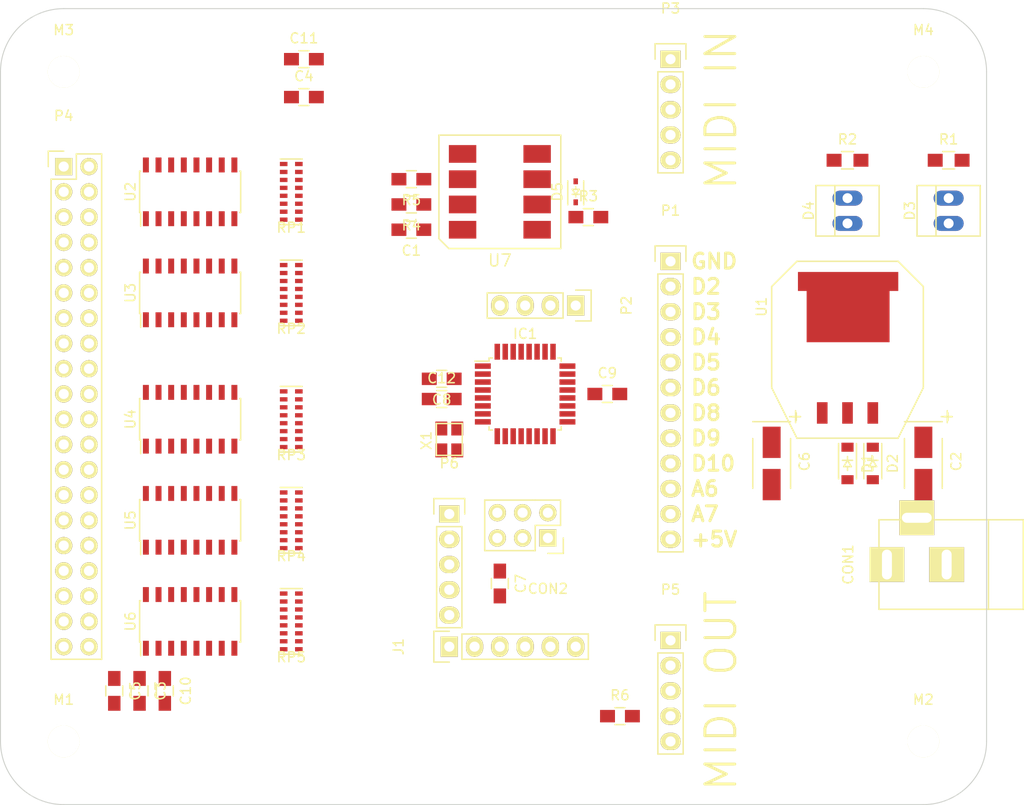
<source format=kicad_pcb>
(kicad_pcb (version 4) (host pcbnew 4.0.2-stable)

  (general
    (links 251)
    (no_connects 250)
    (area 13.919999 116.789999 113.080001 196.900001)
    (thickness 1.6)
    (drawings 22)
    (tracks 0)
    (zones 0)
    (modules 50)
    (nets 93)
  )

  (page A4)
  (layers
    (0 F.Cu signal)
    (31 B.Cu signal)
    (32 B.Adhes user)
    (33 F.Adhes user)
    (34 B.Paste user)
    (35 F.Paste user)
    (36 B.SilkS user)
    (37 F.SilkS user)
    (38 B.Mask user)
    (39 F.Mask user)
    (40 Dwgs.User user)
    (41 Cmts.User user)
    (42 Eco1.User user)
    (43 Eco2.User user)
    (44 Edge.Cuts user)
    (45 Margin user)
    (46 B.CrtYd user)
    (47 F.CrtYd user)
    (48 B.Fab user)
    (49 F.Fab user)
  )

  (setup
    (last_trace_width 0.25)
    (trace_clearance 0.2)
    (zone_clearance 0.508)
    (zone_45_only no)
    (trace_min 0.2)
    (segment_width 0.2)
    (edge_width 0.1)
    (via_size 0.6)
    (via_drill 0.4)
    (via_min_size 0.4)
    (via_min_drill 0.3)
    (uvia_size 0.3)
    (uvia_drill 0.1)
    (uvias_allowed no)
    (uvia_min_size 0.2)
    (uvia_min_drill 0.1)
    (pcb_text_width 0.3)
    (pcb_text_size 1.5 1.5)
    (mod_edge_width 0.15)
    (mod_text_size 1 1)
    (mod_text_width 0.15)
    (pad_size 1.5 1.5)
    (pad_drill 0.6)
    (pad_to_mask_clearance 0)
    (aux_axis_origin 0 0)
    (grid_origin 20.32 190.5)
    (visible_elements FFFFFF7F)
    (pcbplotparams
      (layerselection 0x00030_80000001)
      (usegerberextensions false)
      (excludeedgelayer true)
      (linewidth 0.100000)
      (plotframeref false)
      (viasonmask false)
      (mode 1)
      (useauxorigin false)
      (hpglpennumber 1)
      (hpglpenspeed 20)
      (hpglpendiameter 15)
      (hpglpenoverlay 2)
      (psnegative false)
      (psa4output false)
      (plotreference true)
      (plotvalue true)
      (plotinvisibletext false)
      (padsonsilk false)
      (subtractmaskfromsilk false)
      (outputformat 1)
      (mirror false)
      (drillshape 1)
      (scaleselection 1)
      (outputdirectory ""))
  )

  (net 0 "")
  (net 1 +5V)
  (net 2 GND)
  (net 3 "Net-(C2-Pad1)")
  (net 4 /RST)
  (net 5 "Net-(C7-Pad2)")
  (net 6 "Net-(CON1-Pad1)")
  (net 7 /MISO)
  (net 8 /SCK)
  (net 9 /MOSI)
  (net 10 "Net-(D3-Pad2)")
  (net 11 "Net-(D4-Pad2)")
  (net 12 "Net-(D5-Pad1)")
  (net 13 "Net-(D5-Pad2)")
  (net 14 /AUX3)
  (net 15 /AUX4)
  (net 16 "Net-(IC1-Pad7)")
  (net 17 "Net-(IC1-Pad8)")
  (net 18 /AUX5)
  (net 19 /AUX6)
  (net 20 "Net-(IC1-Pad11)")
  (net 21 /AUX8)
  (net 22 /AUX9)
  (net 23 /AUX10)
  (net 24 /ADC6)
  (net 25 /ADC7)
  (net 26 /PL)
  (net 27 /CE)
  (net 28 /DIN)
  (net 29 /CP)
  (net 30 /SDA)
  (net 31 /SCL)
  (net 32 /RX)
  (net 33 /TX)
  (net 34 /AUX2)
  (net 35 "Net-(P3-Pad1)")
  (net 36 "Net-(P3-Pad2)")
  (net 37 "Net-(P3-Pad3)")
  (net 38 "Net-(P3-Pad4)")
  (net 39 "Net-(P4-Pad1)")
  (net 40 "Net-(P4-Pad2)")
  (net 41 "Net-(P4-Pad3)")
  (net 42 "Net-(P4-Pad4)")
  (net 43 "Net-(P4-Pad5)")
  (net 44 "Net-(P4-Pad6)")
  (net 45 "Net-(P4-Pad7)")
  (net 46 "Net-(P4-Pad8)")
  (net 47 "Net-(P4-Pad9)")
  (net 48 "Net-(P4-Pad10)")
  (net 49 "Net-(P4-Pad11)")
  (net 50 "Net-(P4-Pad12)")
  (net 51 "Net-(P4-Pad13)")
  (net 52 "Net-(P4-Pad14)")
  (net 53 "Net-(P4-Pad15)")
  (net 54 "Net-(P4-Pad16)")
  (net 55 "Net-(P4-Pad17)")
  (net 56 "Net-(P4-Pad18)")
  (net 57 "Net-(P4-Pad19)")
  (net 58 "Net-(P4-Pad20)")
  (net 59 "Net-(P4-Pad21)")
  (net 60 "Net-(P4-Pad22)")
  (net 61 "Net-(P4-Pad23)")
  (net 62 "Net-(P4-Pad24)")
  (net 63 "Net-(P4-Pad25)")
  (net 64 "Net-(P4-Pad26)")
  (net 65 "Net-(P4-Pad27)")
  (net 66 "Net-(P4-Pad28)")
  (net 67 "Net-(P4-Pad29)")
  (net 68 "Net-(P4-Pad30)")
  (net 69 "Net-(P4-Pad31)")
  (net 70 "Net-(P4-Pad32)")
  (net 71 "Net-(P4-Pad33)")
  (net 72 "Net-(P4-Pad34)")
  (net 73 "Net-(P4-Pad35)")
  (net 74 "Net-(P4-Pad36)")
  (net 75 "Net-(P4-Pad37)")
  (net 76 "Net-(P4-Pad38)")
  (net 77 "Net-(P4-Pad39)")
  (net 78 "Net-(P5-Pad1)")
  (net 79 "Net-(P5-Pad3)")
  (net 80 "Net-(P5-Pad4)")
  (net 81 "Net-(R4-Pad1)")
  (net 82 "Net-(U2-Pad7)")
  (net 83 "Net-(U2-Pad9)")
  (net 84 "Net-(U3-Pad7)")
  (net 85 "Net-(U3-Pad9)")
  (net 86 "Net-(U4-Pad7)")
  (net 87 "Net-(U4-Pad9)")
  (net 88 "Net-(U5-Pad7)")
  (net 89 "Net-(U5-Pad9)")
  (net 90 "Net-(U6-Pad6)")
  (net 91 "Net-(U6-Pad7)")
  (net 92 "Net-(RP5-Pad8)")

  (net_class Default "This is the default net class."
    (clearance 0.2)
    (trace_width 0.25)
    (via_dia 0.6)
    (via_drill 0.4)
    (uvia_dia 0.3)
    (uvia_drill 0.1)
    (add_net +5V)
    (add_net /ADC6)
    (add_net /ADC7)
    (add_net /AUX10)
    (add_net /AUX2)
    (add_net /AUX3)
    (add_net /AUX4)
    (add_net /AUX5)
    (add_net /AUX6)
    (add_net /AUX8)
    (add_net /AUX9)
    (add_net /CE)
    (add_net /CP)
    (add_net /DIN)
    (add_net /MISO)
    (add_net /MOSI)
    (add_net /PL)
    (add_net /RST)
    (add_net /RX)
    (add_net /SCK)
    (add_net /SCL)
    (add_net /SDA)
    (add_net /TX)
    (add_net GND)
    (add_net "Net-(C2-Pad1)")
    (add_net "Net-(C7-Pad2)")
    (add_net "Net-(CON1-Pad1)")
    (add_net "Net-(D3-Pad2)")
    (add_net "Net-(D4-Pad2)")
    (add_net "Net-(D5-Pad1)")
    (add_net "Net-(D5-Pad2)")
    (add_net "Net-(IC1-Pad11)")
    (add_net "Net-(IC1-Pad7)")
    (add_net "Net-(IC1-Pad8)")
    (add_net "Net-(P3-Pad1)")
    (add_net "Net-(P3-Pad2)")
    (add_net "Net-(P3-Pad3)")
    (add_net "Net-(P3-Pad4)")
    (add_net "Net-(P4-Pad1)")
    (add_net "Net-(P4-Pad10)")
    (add_net "Net-(P4-Pad11)")
    (add_net "Net-(P4-Pad12)")
    (add_net "Net-(P4-Pad13)")
    (add_net "Net-(P4-Pad14)")
    (add_net "Net-(P4-Pad15)")
    (add_net "Net-(P4-Pad16)")
    (add_net "Net-(P4-Pad17)")
    (add_net "Net-(P4-Pad18)")
    (add_net "Net-(P4-Pad19)")
    (add_net "Net-(P4-Pad2)")
    (add_net "Net-(P4-Pad20)")
    (add_net "Net-(P4-Pad21)")
    (add_net "Net-(P4-Pad22)")
    (add_net "Net-(P4-Pad23)")
    (add_net "Net-(P4-Pad24)")
    (add_net "Net-(P4-Pad25)")
    (add_net "Net-(P4-Pad26)")
    (add_net "Net-(P4-Pad27)")
    (add_net "Net-(P4-Pad28)")
    (add_net "Net-(P4-Pad29)")
    (add_net "Net-(P4-Pad3)")
    (add_net "Net-(P4-Pad30)")
    (add_net "Net-(P4-Pad31)")
    (add_net "Net-(P4-Pad32)")
    (add_net "Net-(P4-Pad33)")
    (add_net "Net-(P4-Pad34)")
    (add_net "Net-(P4-Pad35)")
    (add_net "Net-(P4-Pad36)")
    (add_net "Net-(P4-Pad37)")
    (add_net "Net-(P4-Pad38)")
    (add_net "Net-(P4-Pad39)")
    (add_net "Net-(P4-Pad4)")
    (add_net "Net-(P4-Pad5)")
    (add_net "Net-(P4-Pad6)")
    (add_net "Net-(P4-Pad7)")
    (add_net "Net-(P4-Pad8)")
    (add_net "Net-(P4-Pad9)")
    (add_net "Net-(P5-Pad1)")
    (add_net "Net-(P5-Pad3)")
    (add_net "Net-(P5-Pad4)")
    (add_net "Net-(R4-Pad1)")
    (add_net "Net-(RP5-Pad8)")
    (add_net "Net-(U2-Pad7)")
    (add_net "Net-(U2-Pad9)")
    (add_net "Net-(U3-Pad7)")
    (add_net "Net-(U3-Pad9)")
    (add_net "Net-(U4-Pad7)")
    (add_net "Net-(U4-Pad9)")
    (add_net "Net-(U5-Pad7)")
    (add_net "Net-(U5-Pad9)")
    (add_net "Net-(U6-Pad6)")
    (add_net "Net-(U6-Pad7)")
  )

  (module Resistors_SMD:R_Cat16-8 (layer F.Cu) (tedit 0) (tstamp 57AC7CE9)
    (at 43.18 178.435 180)
    (descr "SMT resistor net, Bourns CAT16 series, 8 way")
    (path /55EB6B2B)
    (fp_text reference RP5 (at 0 -3.6 180) (layer F.SilkS)
      (effects (font (size 1 1) (thickness 0.15)))
    )
    (fp_text value R_PACK8 (at 0 3.6 180) (layer F.Fab)
      (effects (font (size 1 1) (thickness 0.15)))
    )
    (fp_circle (center 0 -2.4) (end 0.1 -2.4) (layer F.Adhes) (width 0.2))
    (fp_line (start -1.1 -3.3) (end 1.1 -3.3) (layer F.SilkS) (width 0.15))
    (fp_line (start -1.1 3.3) (end 1.1 3.3) (layer F.SilkS) (width 0.15))
    (fp_circle (center 0 2.4) (end 0.1 2.4) (layer F.Adhes) (width 0.2))
    (pad 4 smd rect (at 0.762 0.39878 180) (size 0.762 0.4318) (layers F.Cu F.Paste F.Mask)
      (net 74 "Net-(P4-Pad36)"))
    (pad 13 smd rect (at -0.762 0.39878 180) (size 0.762 0.4318) (layers F.Cu F.Paste F.Mask)
      (net 2 GND))
    (pad 5 smd rect (at 0.762 -0.39878 180) (size 0.762 0.4318) (layers F.Cu F.Paste F.Mask)
      (net 75 "Net-(P4-Pad37)"))
    (pad 12 smd rect (at -0.762 -0.39878 180) (size 0.762 0.4318) (layers F.Cu F.Paste F.Mask)
      (net 2 GND))
    (pad 3 smd rect (at 0.762 1.19888 180) (size 0.762 0.4318) (layers F.Cu F.Paste F.Mask)
      (net 73 "Net-(P4-Pad35)"))
    (pad 6 smd rect (at 0.762 -1.19888 180) (size 0.762 0.4318) (layers F.Cu F.Paste F.Mask)
      (net 76 "Net-(P4-Pad38)"))
    (pad 11 smd rect (at -0.762 -1.19888 180) (size 0.762 0.4318) (layers F.Cu F.Paste F.Mask)
      (net 2 GND))
    (pad 14 smd rect (at -0.762 1.19888 180) (size 0.762 0.4318) (layers F.Cu F.Paste F.Mask)
      (net 2 GND))
    (pad 7 smd rect (at 0.762 -1.99898 180) (size 0.762 0.4318) (layers F.Cu F.Paste F.Mask)
      (net 77 "Net-(P4-Pad39)"))
    (pad 8 smd rect (at 0.762 -2.79908 180) (size 0.762 0.4318) (layers F.Cu F.Paste F.Mask)
      (net 92 "Net-(RP5-Pad8)"))
    (pad 1 smd rect (at 0.762 2.79908 180) (size 0.762 0.4318) (layers F.Cu F.Paste F.Mask)
      (net 71 "Net-(P4-Pad33)"))
    (pad 2 smd rect (at 0.762 1.99898 180) (size 0.762 0.4318) (layers F.Cu F.Paste F.Mask)
      (net 72 "Net-(P4-Pad34)"))
    (pad 15 smd rect (at -0.762 1.99898 180) (size 0.762 0.4318) (layers F.Cu F.Paste F.Mask)
      (net 2 GND))
    (pad 16 smd rect (at -0.762 2.79908 180) (size 0.762 0.4318) (layers F.Cu F.Paste F.Mask)
      (net 2 GND))
    (pad 9 smd rect (at -0.762 -2.79908 180) (size 0.762 0.4318) (layers F.Cu F.Paste F.Mask)
      (net 2 GND))
    (pad 10 smd rect (at -0.762 -1.99898 180) (size 0.762 0.4318) (layers F.Cu F.Paste F.Mask)
      (net 2 GND))
    (model Resistors_SMD.3dshapes/R_Cat16-8.wrl
      (at (xyz 0 0 0))
      (scale (xyz 1 1 1))
      (rotate (xyz 0 0 0))
    )
  )

  (module Capacitors_SMD:C_0805_HandSoldering (layer F.Cu) (tedit 541A9B8D) (tstamp 57AC7AF9)
    (at 55.245 139.065 180)
    (descr "Capacitor SMD 0805, hand soldering")
    (tags "capacitor 0805")
    (path /55EC16B3)
    (attr smd)
    (fp_text reference C1 (at 0 -2.1 180) (layer F.SilkS)
      (effects (font (size 1 1) (thickness 0.15)))
    )
    (fp_text value 100nF (at 0 2.1 180) (layer F.Fab)
      (effects (font (size 1 1) (thickness 0.15)))
    )
    (fp_line (start -2.3 -1) (end 2.3 -1) (layer F.CrtYd) (width 0.05))
    (fp_line (start -2.3 1) (end 2.3 1) (layer F.CrtYd) (width 0.05))
    (fp_line (start -2.3 -1) (end -2.3 1) (layer F.CrtYd) (width 0.05))
    (fp_line (start 2.3 -1) (end 2.3 1) (layer F.CrtYd) (width 0.05))
    (fp_line (start 0.5 -0.85) (end -0.5 -0.85) (layer F.SilkS) (width 0.15))
    (fp_line (start -0.5 0.85) (end 0.5 0.85) (layer F.SilkS) (width 0.15))
    (pad 1 smd rect (at -1.25 0 180) (size 1.5 1.25) (layers F.Cu F.Paste F.Mask)
      (net 1 +5V))
    (pad 2 smd rect (at 1.25 0 180) (size 1.5 1.25) (layers F.Cu F.Paste F.Mask)
      (net 2 GND))
    (model Capacitors_SMD.3dshapes/C_0805_HandSoldering.wrl
      (at (xyz 0 0 0))
      (scale (xyz 1 1 1))
      (rotate (xyz 0 0 0))
    )
  )

  (module Capacitors_Tantalum_SMD:TantalC_SizeB_EIA-3528_HandSoldering (layer F.Cu) (tedit 0) (tstamp 57AC7AFF)
    (at 106.68 162.56 270)
    (descr "Tantal Cap. , Size B, EIA-3528, Hand Soldering,")
    (tags "Tantal Cap. , Size B, EIA-3528, Hand Soldering,")
    (path /55EBEA7B)
    (attr smd)
    (fp_text reference C2 (at -0.20066 -3.29946 270) (layer F.SilkS)
      (effects (font (size 1 1) (thickness 0.15)))
    )
    (fp_text value 100nF (at -0.09906 3.59918 270) (layer F.Fab)
      (effects (font (size 1 1) (thickness 0.15)))
    )
    (fp_text user + (at -4.70154 -2.4003 270) (layer F.SilkS)
      (effects (font (size 1 1) (thickness 0.15)))
    )
    (fp_line (start -4.20116 -1.89992) (end -4.20116 1.89992) (layer F.SilkS) (width 0.15))
    (fp_line (start 2.49936 -1.89992) (end -2.49936 -1.89992) (layer F.SilkS) (width 0.15))
    (fp_line (start 2.49682 1.89992) (end -2.5019 1.89992) (layer F.SilkS) (width 0.15))
    (fp_line (start -4.70408 -2.90322) (end -4.70408 -1.8034) (layer F.SilkS) (width 0.15))
    (fp_line (start -5.30352 -2.40284) (end -4.10464 -2.40284) (layer F.SilkS) (width 0.15))
    (pad 2 smd rect (at 2.12598 0 270) (size 3.1496 1.80086) (layers F.Cu F.Paste F.Mask)
      (net 2 GND))
    (pad 1 smd rect (at -2.12598 0 270) (size 3.1496 1.80086) (layers F.Cu F.Paste F.Mask)
      (net 3 "Net-(C2-Pad1)"))
    (model Capacitors_Tantalum_SMD.3dshapes/TantalC_SizeB_EIA-3528_HandSoldering.wrl
      (at (xyz 0 0 0))
      (scale (xyz 1 1 1))
      (rotate (xyz 0 0 180))
    )
  )

  (module Capacitors_SMD:C_0805_HandSoldering (layer F.Cu) (tedit 541A9B8D) (tstamp 57AC7B05)
    (at 27.94 185.42 270)
    (descr "Capacitor SMD 0805, hand soldering")
    (tags "capacitor 0805")
    (path /55EC165D)
    (attr smd)
    (fp_text reference C3 (at 0 -2.1 270) (layer F.SilkS)
      (effects (font (size 1 1) (thickness 0.15)))
    )
    (fp_text value 100nF (at 0 2.1 270) (layer F.Fab)
      (effects (font (size 1 1) (thickness 0.15)))
    )
    (fp_line (start -2.3 -1) (end 2.3 -1) (layer F.CrtYd) (width 0.05))
    (fp_line (start -2.3 1) (end 2.3 1) (layer F.CrtYd) (width 0.05))
    (fp_line (start -2.3 -1) (end -2.3 1) (layer F.CrtYd) (width 0.05))
    (fp_line (start 2.3 -1) (end 2.3 1) (layer F.CrtYd) (width 0.05))
    (fp_line (start 0.5 -0.85) (end -0.5 -0.85) (layer F.SilkS) (width 0.15))
    (fp_line (start -0.5 0.85) (end 0.5 0.85) (layer F.SilkS) (width 0.15))
    (pad 1 smd rect (at -1.25 0 270) (size 1.5 1.25) (layers F.Cu F.Paste F.Mask)
      (net 1 +5V))
    (pad 2 smd rect (at 1.25 0 270) (size 1.5 1.25) (layers F.Cu F.Paste F.Mask)
      (net 2 GND))
    (model Capacitors_SMD.3dshapes/C_0805_HandSoldering.wrl
      (at (xyz 0 0 0))
      (scale (xyz 1 1 1))
      (rotate (xyz 0 0 0))
    )
  )

  (module Capacitors_SMD:C_0805_HandSoldering (layer F.Cu) (tedit 541A9B8D) (tstamp 57AC7B0B)
    (at 44.45 125.73)
    (descr "Capacitor SMD 0805, hand soldering")
    (tags "capacitor 0805")
    (path /55EC092D)
    (attr smd)
    (fp_text reference C4 (at 0 -2.1) (layer F.SilkS)
      (effects (font (size 1 1) (thickness 0.15)))
    )
    (fp_text value 100nF (at 0 2.1) (layer F.Fab)
      (effects (font (size 1 1) (thickness 0.15)))
    )
    (fp_line (start -2.3 -1) (end 2.3 -1) (layer F.CrtYd) (width 0.05))
    (fp_line (start -2.3 1) (end 2.3 1) (layer F.CrtYd) (width 0.05))
    (fp_line (start -2.3 -1) (end -2.3 1) (layer F.CrtYd) (width 0.05))
    (fp_line (start 2.3 -1) (end 2.3 1) (layer F.CrtYd) (width 0.05))
    (fp_line (start 0.5 -0.85) (end -0.5 -0.85) (layer F.SilkS) (width 0.15))
    (fp_line (start -0.5 0.85) (end 0.5 0.85) (layer F.SilkS) (width 0.15))
    (pad 1 smd rect (at -1.25 0) (size 1.5 1.25) (layers F.Cu F.Paste F.Mask)
      (net 1 +5V))
    (pad 2 smd rect (at 1.25 0) (size 1.5 1.25) (layers F.Cu F.Paste F.Mask)
      (net 2 GND))
    (model Capacitors_SMD.3dshapes/C_0805_HandSoldering.wrl
      (at (xyz 0 0 0))
      (scale (xyz 1 1 1))
      (rotate (xyz 0 0 0))
    )
  )

  (module Capacitors_SMD:C_0805_HandSoldering (layer F.Cu) (tedit 541A9B8D) (tstamp 57AC7B11)
    (at 25.4 185.42 270)
    (descr "Capacitor SMD 0805, hand soldering")
    (tags "capacitor 0805")
    (path /55EC0BF1)
    (attr smd)
    (fp_text reference C5 (at 0 -2.1 270) (layer F.SilkS)
      (effects (font (size 1 1) (thickness 0.15)))
    )
    (fp_text value 100nF (at 0 2.1 270) (layer F.Fab)
      (effects (font (size 1 1) (thickness 0.15)))
    )
    (fp_line (start -2.3 -1) (end 2.3 -1) (layer F.CrtYd) (width 0.05))
    (fp_line (start -2.3 1) (end 2.3 1) (layer F.CrtYd) (width 0.05))
    (fp_line (start -2.3 -1) (end -2.3 1) (layer F.CrtYd) (width 0.05))
    (fp_line (start 2.3 -1) (end 2.3 1) (layer F.CrtYd) (width 0.05))
    (fp_line (start 0.5 -0.85) (end -0.5 -0.85) (layer F.SilkS) (width 0.15))
    (fp_line (start -0.5 0.85) (end 0.5 0.85) (layer F.SilkS) (width 0.15))
    (pad 1 smd rect (at -1.25 0 270) (size 1.5 1.25) (layers F.Cu F.Paste F.Mask)
      (net 1 +5V))
    (pad 2 smd rect (at 1.25 0 270) (size 1.5 1.25) (layers F.Cu F.Paste F.Mask)
      (net 2 GND))
    (model Capacitors_SMD.3dshapes/C_0805_HandSoldering.wrl
      (at (xyz 0 0 0))
      (scale (xyz 1 1 1))
      (rotate (xyz 0 0 0))
    )
  )

  (module Capacitors_Tantalum_SMD:TantalC_SizeB_EIA-3528_HandSoldering (layer F.Cu) (tedit 0) (tstamp 57AC7B17)
    (at 91.44 162.56 270)
    (descr "Tantal Cap. , Size B, EIA-3528, Hand Soldering,")
    (tags "Tantal Cap. , Size B, EIA-3528, Hand Soldering,")
    (path /55EBEA1F)
    (attr smd)
    (fp_text reference C6 (at -0.20066 -3.29946 270) (layer F.SilkS)
      (effects (font (size 1 1) (thickness 0.15)))
    )
    (fp_text value 100nF (at -0.09906 3.59918 270) (layer F.Fab)
      (effects (font (size 1 1) (thickness 0.15)))
    )
    (fp_text user + (at -4.70154 -2.4003 270) (layer F.SilkS)
      (effects (font (size 1 1) (thickness 0.15)))
    )
    (fp_line (start -4.20116 -1.89992) (end -4.20116 1.89992) (layer F.SilkS) (width 0.15))
    (fp_line (start 2.49936 -1.89992) (end -2.49936 -1.89992) (layer F.SilkS) (width 0.15))
    (fp_line (start 2.49682 1.89992) (end -2.5019 1.89992) (layer F.SilkS) (width 0.15))
    (fp_line (start -4.70408 -2.90322) (end -4.70408 -1.8034) (layer F.SilkS) (width 0.15))
    (fp_line (start -5.30352 -2.40284) (end -4.10464 -2.40284) (layer F.SilkS) (width 0.15))
    (pad 2 smd rect (at 2.12598 0 270) (size 3.1496 1.80086) (layers F.Cu F.Paste F.Mask)
      (net 2 GND))
    (pad 1 smd rect (at -2.12598 0 270) (size 3.1496 1.80086) (layers F.Cu F.Paste F.Mask)
      (net 1 +5V))
    (model Capacitors_Tantalum_SMD.3dshapes/TantalC_SizeB_EIA-3528_HandSoldering.wrl
      (at (xyz 0 0 0))
      (scale (xyz 1 1 1))
      (rotate (xyz 0 0 180))
    )
  )

  (module Capacitors_SMD:C_0805_HandSoldering (layer F.Cu) (tedit 541A9B8D) (tstamp 57AC7B1D)
    (at 64.135 174.625 270)
    (descr "Capacitor SMD 0805, hand soldering")
    (tags "capacitor 0805")
    (path /57AD6978)
    (attr smd)
    (fp_text reference C7 (at 0 -2.1 270) (layer F.SilkS)
      (effects (font (size 1 1) (thickness 0.15)))
    )
    (fp_text value 100nF (at 0 2.1 270) (layer F.Fab)
      (effects (font (size 1 1) (thickness 0.15)))
    )
    (fp_line (start -2.3 -1) (end 2.3 -1) (layer F.CrtYd) (width 0.05))
    (fp_line (start -2.3 1) (end 2.3 1) (layer F.CrtYd) (width 0.05))
    (fp_line (start -2.3 -1) (end -2.3 1) (layer F.CrtYd) (width 0.05))
    (fp_line (start 2.3 -1) (end 2.3 1) (layer F.CrtYd) (width 0.05))
    (fp_line (start 0.5 -0.85) (end -0.5 -0.85) (layer F.SilkS) (width 0.15))
    (fp_line (start -0.5 0.85) (end 0.5 0.85) (layer F.SilkS) (width 0.15))
    (pad 1 smd rect (at -1.25 0 270) (size 1.5 1.25) (layers F.Cu F.Paste F.Mask)
      (net 4 /RST))
    (pad 2 smd rect (at 1.25 0 270) (size 1.5 1.25) (layers F.Cu F.Paste F.Mask)
      (net 5 "Net-(C7-Pad2)"))
    (model Capacitors_SMD.3dshapes/C_0805_HandSoldering.wrl
      (at (xyz 0 0 0))
      (scale (xyz 1 1 1))
      (rotate (xyz 0 0 0))
    )
  )

  (module Capacitors_SMD:C_0805_HandSoldering (layer F.Cu) (tedit 541A9B8D) (tstamp 57AC7B23)
    (at 58.293 154.051 180)
    (descr "Capacitor SMD 0805, hand soldering")
    (tags "capacitor 0805")
    (path /57AF9738)
    (attr smd)
    (fp_text reference C8 (at 0 -2.1 180) (layer F.SilkS)
      (effects (font (size 1 1) (thickness 0.15)))
    )
    (fp_text value 100nF (at 0 2.1 180) (layer F.Fab)
      (effects (font (size 1 1) (thickness 0.15)))
    )
    (fp_line (start -2.3 -1) (end 2.3 -1) (layer F.CrtYd) (width 0.05))
    (fp_line (start -2.3 1) (end 2.3 1) (layer F.CrtYd) (width 0.05))
    (fp_line (start -2.3 -1) (end -2.3 1) (layer F.CrtYd) (width 0.05))
    (fp_line (start 2.3 -1) (end 2.3 1) (layer F.CrtYd) (width 0.05))
    (fp_line (start 0.5 -0.85) (end -0.5 -0.85) (layer F.SilkS) (width 0.15))
    (fp_line (start -0.5 0.85) (end 0.5 0.85) (layer F.SilkS) (width 0.15))
    (pad 1 smd rect (at -1.25 0 180) (size 1.5 1.25) (layers F.Cu F.Paste F.Mask)
      (net 1 +5V))
    (pad 2 smd rect (at 1.25 0 180) (size 1.5 1.25) (layers F.Cu F.Paste F.Mask)
      (net 2 GND))
    (model Capacitors_SMD.3dshapes/C_0805_HandSoldering.wrl
      (at (xyz 0 0 0))
      (scale (xyz 1 1 1))
      (rotate (xyz 0 0 0))
    )
  )

  (module Capacitors_SMD:C_0805_HandSoldering (layer F.Cu) (tedit 541A9B8D) (tstamp 57AC7B29)
    (at 74.93 155.575)
    (descr "Capacitor SMD 0805, hand soldering")
    (tags "capacitor 0805")
    (path /57AFA088)
    (attr smd)
    (fp_text reference C9 (at 0 -2.1) (layer F.SilkS)
      (effects (font (size 1 1) (thickness 0.15)))
    )
    (fp_text value 100nF (at 0 2.1) (layer F.Fab)
      (effects (font (size 1 1) (thickness 0.15)))
    )
    (fp_line (start -2.3 -1) (end 2.3 -1) (layer F.CrtYd) (width 0.05))
    (fp_line (start -2.3 1) (end 2.3 1) (layer F.CrtYd) (width 0.05))
    (fp_line (start -2.3 -1) (end -2.3 1) (layer F.CrtYd) (width 0.05))
    (fp_line (start 2.3 -1) (end 2.3 1) (layer F.CrtYd) (width 0.05))
    (fp_line (start 0.5 -0.85) (end -0.5 -0.85) (layer F.SilkS) (width 0.15))
    (fp_line (start -0.5 0.85) (end 0.5 0.85) (layer F.SilkS) (width 0.15))
    (pad 1 smd rect (at -1.25 0) (size 1.5 1.25) (layers F.Cu F.Paste F.Mask)
      (net 1 +5V))
    (pad 2 smd rect (at 1.25 0) (size 1.5 1.25) (layers F.Cu F.Paste F.Mask)
      (net 2 GND))
    (model Capacitors_SMD.3dshapes/C_0805_HandSoldering.wrl
      (at (xyz 0 0 0))
      (scale (xyz 1 1 1))
      (rotate (xyz 0 0 0))
    )
  )

  (module Capacitors_SMD:C_0805_HandSoldering (layer F.Cu) (tedit 541A9B8D) (tstamp 57AC7B2F)
    (at 30.48 185.42 270)
    (descr "Capacitor SMD 0805, hand soldering")
    (tags "capacitor 0805")
    (path /57AFA133)
    (attr smd)
    (fp_text reference C10 (at 0 -2.1 270) (layer F.SilkS)
      (effects (font (size 1 1) (thickness 0.15)))
    )
    (fp_text value 100nF (at 0 2.1 270) (layer F.Fab)
      (effects (font (size 1 1) (thickness 0.15)))
    )
    (fp_line (start -2.3 -1) (end 2.3 -1) (layer F.CrtYd) (width 0.05))
    (fp_line (start -2.3 1) (end 2.3 1) (layer F.CrtYd) (width 0.05))
    (fp_line (start -2.3 -1) (end -2.3 1) (layer F.CrtYd) (width 0.05))
    (fp_line (start 2.3 -1) (end 2.3 1) (layer F.CrtYd) (width 0.05))
    (fp_line (start 0.5 -0.85) (end -0.5 -0.85) (layer F.SilkS) (width 0.15))
    (fp_line (start -0.5 0.85) (end 0.5 0.85) (layer F.SilkS) (width 0.15))
    (pad 1 smd rect (at -1.25 0 270) (size 1.5 1.25) (layers F.Cu F.Paste F.Mask)
      (net 1 +5V))
    (pad 2 smd rect (at 1.25 0 270) (size 1.5 1.25) (layers F.Cu F.Paste F.Mask)
      (net 2 GND))
    (model Capacitors_SMD.3dshapes/C_0805_HandSoldering.wrl
      (at (xyz 0 0 0))
      (scale (xyz 1 1 1))
      (rotate (xyz 0 0 0))
    )
  )

  (module Capacitors_SMD:C_0805_HandSoldering (layer F.Cu) (tedit 541A9B8D) (tstamp 57AC7B35)
    (at 44.45 121.92)
    (descr "Capacitor SMD 0805, hand soldering")
    (tags "capacitor 0805")
    (path /57AFA1DD)
    (attr smd)
    (fp_text reference C11 (at 0 -2.1) (layer F.SilkS)
      (effects (font (size 1 1) (thickness 0.15)))
    )
    (fp_text value 100nF (at 0 2.1) (layer F.Fab)
      (effects (font (size 1 1) (thickness 0.15)))
    )
    (fp_line (start -2.3 -1) (end 2.3 -1) (layer F.CrtYd) (width 0.05))
    (fp_line (start -2.3 1) (end 2.3 1) (layer F.CrtYd) (width 0.05))
    (fp_line (start -2.3 -1) (end -2.3 1) (layer F.CrtYd) (width 0.05))
    (fp_line (start 2.3 -1) (end 2.3 1) (layer F.CrtYd) (width 0.05))
    (fp_line (start 0.5 -0.85) (end -0.5 -0.85) (layer F.SilkS) (width 0.15))
    (fp_line (start -0.5 0.85) (end 0.5 0.85) (layer F.SilkS) (width 0.15))
    (pad 1 smd rect (at -1.25 0) (size 1.5 1.25) (layers F.Cu F.Paste F.Mask)
      (net 1 +5V))
    (pad 2 smd rect (at 1.25 0) (size 1.5 1.25) (layers F.Cu F.Paste F.Mask)
      (net 2 GND))
    (model Capacitors_SMD.3dshapes/C_0805_HandSoldering.wrl
      (at (xyz 0 0 0))
      (scale (xyz 1 1 1))
      (rotate (xyz 0 0 0))
    )
  )

  (module Capacitors_SMD:C_0805_HandSoldering (layer F.Cu) (tedit 541A9B8D) (tstamp 57AC7B3B)
    (at 58.293 156.083)
    (descr "Capacitor SMD 0805, hand soldering")
    (tags "capacitor 0805")
    (path /55F234EA)
    (attr smd)
    (fp_text reference C12 (at 0 -2.1) (layer F.SilkS)
      (effects (font (size 1 1) (thickness 0.15)))
    )
    (fp_text value 100nF (at 0 2.1) (layer F.Fab)
      (effects (font (size 1 1) (thickness 0.15)))
    )
    (fp_line (start -2.3 -1) (end 2.3 -1) (layer F.CrtYd) (width 0.05))
    (fp_line (start -2.3 1) (end 2.3 1) (layer F.CrtYd) (width 0.05))
    (fp_line (start -2.3 -1) (end -2.3 1) (layer F.CrtYd) (width 0.05))
    (fp_line (start 2.3 -1) (end 2.3 1) (layer F.CrtYd) (width 0.05))
    (fp_line (start 0.5 -0.85) (end -0.5 -0.85) (layer F.SilkS) (width 0.15))
    (fp_line (start -0.5 0.85) (end 0.5 0.85) (layer F.SilkS) (width 0.15))
    (pad 1 smd rect (at -1.25 0) (size 1.5 1.25) (layers F.Cu F.Paste F.Mask)
      (net 2 GND))
    (pad 2 smd rect (at 1.25 0) (size 1.5 1.25) (layers F.Cu F.Paste F.Mask)
      (net 1 +5V))
    (model Capacitors_SMD.3dshapes/C_0805_HandSoldering.wrl
      (at (xyz 0 0 0))
      (scale (xyz 1 1 1))
      (rotate (xyz 0 0 0))
    )
  )

  (module Connect:BARREL_JACK (layer F.Cu) (tedit 0) (tstamp 57AC7B42)
    (at 109.22 172.72 180)
    (descr "DC Barrel Jack")
    (tags "Power Jack")
    (path /57ACFC0E)
    (fp_text reference CON1 (at 10.09904 0 270) (layer F.SilkS)
      (effects (font (size 1 1) (thickness 0.15)))
    )
    (fp_text value BARREL_JACK (at 0 -5.99948 180) (layer F.Fab)
      (effects (font (size 1 1) (thickness 0.15)))
    )
    (fp_line (start -4.0005 -4.50088) (end -4.0005 4.50088) (layer F.SilkS) (width 0.15))
    (fp_line (start -7.50062 -4.50088) (end -7.50062 4.50088) (layer F.SilkS) (width 0.15))
    (fp_line (start -7.50062 4.50088) (end 7.00024 4.50088) (layer F.SilkS) (width 0.15))
    (fp_line (start 7.00024 4.50088) (end 7.00024 -4.50088) (layer F.SilkS) (width 0.15))
    (fp_line (start 7.00024 -4.50088) (end -7.50062 -4.50088) (layer F.SilkS) (width 0.15))
    (pad 1 thru_hole rect (at 6.20014 0 180) (size 3.50012 3.50012) (drill oval 1.00076 2.99974) (layers *.Cu *.Mask F.SilkS)
      (net 6 "Net-(CON1-Pad1)"))
    (pad 2 thru_hole rect (at 0.20066 0 180) (size 3.50012 3.50012) (drill oval 1.00076 2.99974) (layers *.Cu *.Mask F.SilkS)
      (net 2 GND))
    (pad 3 thru_hole rect (at 3.2004 4.699 180) (size 3.50012 3.50012) (drill oval 2.99974 1.00076) (layers *.Cu *.Mask F.SilkS)
      (net 2 GND))
  )

  (module Socket_Strips:Socket_Strip_Straight_2x03 (layer F.Cu) (tedit 54E9F9C7) (tstamp 57AC7B4C)
    (at 68.961 170.053 180)
    (descr "Through hole socket strip")
    (tags "socket strip")
    (path /55EC23EA)
    (fp_text reference CON2 (at 0 -5.1 180) (layer F.SilkS)
      (effects (font (size 1 1) (thickness 0.15)))
    )
    (fp_text value AVR-ISP-6 (at 0 -3.1 180) (layer F.Fab)
      (effects (font (size 1 1) (thickness 0.15)))
    )
    (fp_line (start 6.35 -1.27) (end 1.27 -1.27) (layer F.SilkS) (width 0.15))
    (fp_line (start -1.55 -1.55) (end 0 -1.55) (layer F.SilkS) (width 0.15))
    (fp_line (start -1.75 -1.75) (end -1.75 4.3) (layer F.CrtYd) (width 0.05))
    (fp_line (start 6.85 -1.75) (end 6.85 4.3) (layer F.CrtYd) (width 0.05))
    (fp_line (start -1.75 -1.75) (end 6.85 -1.75) (layer F.CrtYd) (width 0.05))
    (fp_line (start -1.75 4.3) (end 6.85 4.3) (layer F.CrtYd) (width 0.05))
    (fp_line (start -1.27 1.27) (end 1.27 1.27) (layer F.SilkS) (width 0.15))
    (fp_line (start 1.27 1.27) (end 1.27 -1.27) (layer F.SilkS) (width 0.15))
    (fp_line (start 6.35 -1.27) (end 6.35 3.81) (layer F.SilkS) (width 0.15))
    (fp_line (start 6.35 3.81) (end 1.27 3.81) (layer F.SilkS) (width 0.15))
    (fp_line (start -1.55 -1.55) (end -1.55 0) (layer F.SilkS) (width 0.15))
    (fp_line (start -1.27 3.81) (end -1.27 1.27) (layer F.SilkS) (width 0.15))
    (fp_line (start 1.27 3.81) (end -1.27 3.81) (layer F.SilkS) (width 0.15))
    (pad 1 thru_hole rect (at 0 0 180) (size 1.7272 1.7272) (drill 1.016) (layers *.Cu *.Mask F.SilkS)
      (net 7 /MISO))
    (pad 2 thru_hole oval (at 0 2.54 180) (size 1.7272 1.7272) (drill 1.016) (layers *.Cu *.Mask F.SilkS)
      (net 1 +5V))
    (pad 3 thru_hole oval (at 2.54 0 180) (size 1.7272 1.7272) (drill 1.016) (layers *.Cu *.Mask F.SilkS)
      (net 8 /SCK))
    (pad 4 thru_hole oval (at 2.54 2.54 180) (size 1.7272 1.7272) (drill 1.016) (layers *.Cu *.Mask F.SilkS)
      (net 9 /MOSI))
    (pad 5 thru_hole oval (at 5.08 0 180) (size 1.7272 1.7272) (drill 1.016) (layers *.Cu *.Mask F.SilkS)
      (net 4 /RST))
    (pad 6 thru_hole oval (at 5.08 2.54 180) (size 1.7272 1.7272) (drill 1.016) (layers *.Cu *.Mask F.SilkS)
      (net 2 GND))
    (model Socket_Strips.3dshapes/Socket_Strip_Straight_2x03.wrl
      (at (xyz 0.1 -0.05 0))
      (scale (xyz 1 1 1))
      (rotate (xyz 0 0 180))
    )
  )

  (module Diodes_SMD:SOD-123 (layer F.Cu) (tedit 5530FCB9) (tstamp 57AC7B52)
    (at 99.06 162.56 270)
    (descr SOD-123)
    (tags SOD-123)
    (path /55EBDA11)
    (attr smd)
    (fp_text reference D1 (at 0 -2 270) (layer F.SilkS)
      (effects (font (size 1 1) (thickness 0.15)))
    )
    (fp_text value D_Small (at 0 2.1 270) (layer F.Fab)
      (effects (font (size 1 1) (thickness 0.15)))
    )
    (fp_line (start 0.3175 0) (end 0.6985 0) (layer F.SilkS) (width 0.15))
    (fp_line (start -0.6985 0) (end -0.3175 0) (layer F.SilkS) (width 0.15))
    (fp_line (start -0.3175 0) (end 0.3175 -0.381) (layer F.SilkS) (width 0.15))
    (fp_line (start 0.3175 -0.381) (end 0.3175 0.381) (layer F.SilkS) (width 0.15))
    (fp_line (start 0.3175 0.381) (end -0.3175 0) (layer F.SilkS) (width 0.15))
    (fp_line (start -0.3175 -0.508) (end -0.3175 0.508) (layer F.SilkS) (width 0.15))
    (fp_line (start -2.25 -1.05) (end 2.25 -1.05) (layer F.CrtYd) (width 0.05))
    (fp_line (start 2.25 -1.05) (end 2.25 1.05) (layer F.CrtYd) (width 0.05))
    (fp_line (start 2.25 1.05) (end -2.25 1.05) (layer F.CrtYd) (width 0.05))
    (fp_line (start -2.25 -1.05) (end -2.25 1.05) (layer F.CrtYd) (width 0.05))
    (fp_line (start -2 0.9) (end 1.54 0.9) (layer F.SilkS) (width 0.15))
    (fp_line (start -2 -0.9) (end 1.54 -0.9) (layer F.SilkS) (width 0.15))
    (pad 1 smd rect (at -1.635 0 270) (size 0.91 1.22) (layers F.Cu F.Paste F.Mask)
      (net 3 "Net-(C2-Pad1)"))
    (pad 2 smd rect (at 1.635 0 270) (size 0.91 1.22) (layers F.Cu F.Paste F.Mask)
      (net 6 "Net-(CON1-Pad1)"))
  )

  (module Diodes_SMD:SOD-123 (layer F.Cu) (tedit 5530FCB9) (tstamp 57AC7B58)
    (at 101.6 162.56 270)
    (descr SOD-123)
    (tags SOD-123)
    (path /55EBDA60)
    (attr smd)
    (fp_text reference D2 (at 0 -2 270) (layer F.SilkS)
      (effects (font (size 1 1) (thickness 0.15)))
    )
    (fp_text value ZENERsmall (at 0 2.1 270) (layer F.Fab)
      (effects (font (size 1 1) (thickness 0.15)))
    )
    (fp_line (start 0.3175 0) (end 0.6985 0) (layer F.SilkS) (width 0.15))
    (fp_line (start -0.6985 0) (end -0.3175 0) (layer F.SilkS) (width 0.15))
    (fp_line (start -0.3175 0) (end 0.3175 -0.381) (layer F.SilkS) (width 0.15))
    (fp_line (start 0.3175 -0.381) (end 0.3175 0.381) (layer F.SilkS) (width 0.15))
    (fp_line (start 0.3175 0.381) (end -0.3175 0) (layer F.SilkS) (width 0.15))
    (fp_line (start -0.3175 -0.508) (end -0.3175 0.508) (layer F.SilkS) (width 0.15))
    (fp_line (start -2.25 -1.05) (end 2.25 -1.05) (layer F.CrtYd) (width 0.05))
    (fp_line (start 2.25 -1.05) (end 2.25 1.05) (layer F.CrtYd) (width 0.05))
    (fp_line (start 2.25 1.05) (end -2.25 1.05) (layer F.CrtYd) (width 0.05))
    (fp_line (start -2.25 -1.05) (end -2.25 1.05) (layer F.CrtYd) (width 0.05))
    (fp_line (start -2 0.9) (end 1.54 0.9) (layer F.SilkS) (width 0.15))
    (fp_line (start -2 -0.9) (end 1.54 -0.9) (layer F.SilkS) (width 0.15))
    (pad 1 smd rect (at -1.635 0 270) (size 0.91 1.22) (layers F.Cu F.Paste F.Mask)
      (net 3 "Net-(C2-Pad1)"))
    (pad 2 smd rect (at 1.635 0 270) (size 0.91 1.22) (layers F.Cu F.Paste F.Mask)
      (net 2 GND))
  )

  (module Connect:PINHEAD1-2 (layer F.Cu) (tedit 0) (tstamp 57AC7B5E)
    (at 109.22 137.16 90)
    (path /57ACE8E1)
    (attr virtual)
    (fp_text reference D3 (at 0 -3.9 90) (layer F.SilkS)
      (effects (font (size 1 1) (thickness 0.15)))
    )
    (fp_text value ONLED (at 0 3.81 90) (layer F.Fab)
      (effects (font (size 1 1) (thickness 0.15)))
    )
    (fp_line (start 2.54 -1.27) (end -2.54 -1.27) (layer F.SilkS) (width 0.15))
    (fp_line (start 2.54 3.175) (end -2.54 3.175) (layer F.SilkS) (width 0.15))
    (fp_line (start -2.54 -3.175) (end 2.54 -3.175) (layer F.SilkS) (width 0.15))
    (fp_line (start -2.54 -3.175) (end -2.54 3.175) (layer F.SilkS) (width 0.15))
    (fp_line (start 2.54 -3.175) (end 2.54 3.175) (layer F.SilkS) (width 0.15))
    (pad 1 thru_hole oval (at -1.27 0 90) (size 1.50622 3.01498) (drill 0.99822) (layers *.Cu *.Mask)
      (net 2 GND))
    (pad 2 thru_hole oval (at 1.27 0 90) (size 1.50622 3.01498) (drill 0.99822) (layers *.Cu *.Mask)
      (net 10 "Net-(D3-Pad2)"))
  )

  (module Connect:PINHEAD1-2 (layer F.Cu) (tedit 0) (tstamp 57AC7B64)
    (at 99.06 137.16 90)
    (path /55F55AC3)
    (attr virtual)
    (fp_text reference D4 (at 0 -3.9 90) (layer F.SilkS)
      (effects (font (size 1 1) (thickness 0.15)))
    )
    (fp_text value LED (at 0 3.81 90) (layer F.Fab)
      (effects (font (size 1 1) (thickness 0.15)))
    )
    (fp_line (start 2.54 -1.27) (end -2.54 -1.27) (layer F.SilkS) (width 0.15))
    (fp_line (start 2.54 3.175) (end -2.54 3.175) (layer F.SilkS) (width 0.15))
    (fp_line (start -2.54 -3.175) (end 2.54 -3.175) (layer F.SilkS) (width 0.15))
    (fp_line (start -2.54 -3.175) (end -2.54 3.175) (layer F.SilkS) (width 0.15))
    (fp_line (start 2.54 -3.175) (end 2.54 3.175) (layer F.SilkS) (width 0.15))
    (pad 1 thru_hole oval (at -1.27 0 90) (size 1.50622 3.01498) (drill 0.99822) (layers *.Cu *.Mask)
      (net 2 GND))
    (pad 2 thru_hole oval (at 1.27 0 90) (size 1.50622 3.01498) (drill 0.99822) (layers *.Cu *.Mask)
      (net 11 "Net-(D4-Pad2)"))
  )

  (module Diodes_SMD:SOD-323 (layer F.Cu) (tedit 5530FC5E) (tstamp 57AC7B6A)
    (at 71.755 135.255 90)
    (descr SOD-323)
    (tags SOD-323)
    (path /55F02CF3)
    (attr smd)
    (fp_text reference D5 (at 0 -1.85 90) (layer F.SilkS)
      (effects (font (size 1 1) (thickness 0.15)))
    )
    (fp_text value 1N914BWS (at 0.1 1.9 90) (layer F.Fab)
      (effects (font (size 1 1) (thickness 0.15)))
    )
    (fp_line (start 0.25 0) (end 0.5 0) (layer F.SilkS) (width 0.15))
    (fp_line (start -0.25 0) (end -0.5 0) (layer F.SilkS) (width 0.15))
    (fp_line (start -0.25 0) (end 0.25 -0.35) (layer F.SilkS) (width 0.15))
    (fp_line (start 0.25 -0.35) (end 0.25 0.35) (layer F.SilkS) (width 0.15))
    (fp_line (start 0.25 0.35) (end -0.25 0) (layer F.SilkS) (width 0.15))
    (fp_line (start -0.25 -0.35) (end -0.25 0.35) (layer F.SilkS) (width 0.15))
    (fp_line (start -1.5 -0.95) (end 1.5 -0.95) (layer F.CrtYd) (width 0.05))
    (fp_line (start 1.5 -0.95) (end 1.5 0.95) (layer F.CrtYd) (width 0.05))
    (fp_line (start -1.5 0.95) (end 1.5 0.95) (layer F.CrtYd) (width 0.05))
    (fp_line (start -1.5 -0.95) (end -1.5 0.95) (layer F.CrtYd) (width 0.05))
    (fp_line (start -1.3 0.8) (end 1.1 0.8) (layer F.SilkS) (width 0.15))
    (fp_line (start -1.3 -0.8) (end 1.1 -0.8) (layer F.SilkS) (width 0.15))
    (pad 1 smd rect (at -1.055 0 90) (size 0.59 0.45) (layers F.Cu F.Paste F.Mask)
      (net 12 "Net-(D5-Pad1)"))
    (pad 2 smd rect (at 1.055 0 90) (size 0.59 0.45) (layers F.Cu F.Paste F.Mask)
      (net 13 "Net-(D5-Pad2)"))
    (model Diodes_SMD.3dshapes/SOD-323.wrl
      (at (xyz 0 0 0))
      (scale (xyz 1 1 1))
      (rotate (xyz 0 0 180))
    )
  )

  (module Housings_QFP:TQFP-32_7x7mm_Pitch0.8mm (layer F.Cu) (tedit 54130A77) (tstamp 57AC7B8E)
    (at 66.675 155.575)
    (descr "32-Lead Plastic Thin Quad Flatpack (PT) - 7x7x1.0 mm Body, 2.00 mm [TQFP] (see Microchip Packaging Specification 00000049BS.pdf)")
    (tags "QFP 0.8")
    (path /55EB3419)
    (attr smd)
    (fp_text reference IC1 (at 0 -6.05) (layer F.SilkS)
      (effects (font (size 1 1) (thickness 0.15)))
    )
    (fp_text value ATMEGA328P-A (at 0 6.05) (layer F.Fab)
      (effects (font (size 1 1) (thickness 0.15)))
    )
    (fp_line (start -5.3 -5.3) (end -5.3 5.3) (layer F.CrtYd) (width 0.05))
    (fp_line (start 5.3 -5.3) (end 5.3 5.3) (layer F.CrtYd) (width 0.05))
    (fp_line (start -5.3 -5.3) (end 5.3 -5.3) (layer F.CrtYd) (width 0.05))
    (fp_line (start -5.3 5.3) (end 5.3 5.3) (layer F.CrtYd) (width 0.05))
    (fp_line (start -3.625 -3.625) (end -3.625 -3.3) (layer F.SilkS) (width 0.15))
    (fp_line (start 3.625 -3.625) (end 3.625 -3.3) (layer F.SilkS) (width 0.15))
    (fp_line (start 3.625 3.625) (end 3.625 3.3) (layer F.SilkS) (width 0.15))
    (fp_line (start -3.625 3.625) (end -3.625 3.3) (layer F.SilkS) (width 0.15))
    (fp_line (start -3.625 -3.625) (end -3.3 -3.625) (layer F.SilkS) (width 0.15))
    (fp_line (start -3.625 3.625) (end -3.3 3.625) (layer F.SilkS) (width 0.15))
    (fp_line (start 3.625 3.625) (end 3.3 3.625) (layer F.SilkS) (width 0.15))
    (fp_line (start 3.625 -3.625) (end 3.3 -3.625) (layer F.SilkS) (width 0.15))
    (fp_line (start -3.625 -3.3) (end -5.05 -3.3) (layer F.SilkS) (width 0.15))
    (pad 1 smd rect (at -4.25 -2.8) (size 1.6 0.55) (layers F.Cu F.Paste F.Mask)
      (net 14 /AUX3))
    (pad 2 smd rect (at -4.25 -2) (size 1.6 0.55) (layers F.Cu F.Paste F.Mask)
      (net 15 /AUX4))
    (pad 3 smd rect (at -4.25 -1.2) (size 1.6 0.55) (layers F.Cu F.Paste F.Mask)
      (net 2 GND))
    (pad 4 smd rect (at -4.25 -0.4) (size 1.6 0.55) (layers F.Cu F.Paste F.Mask)
      (net 1 +5V))
    (pad 5 smd rect (at -4.25 0.4) (size 1.6 0.55) (layers F.Cu F.Paste F.Mask)
      (net 2 GND))
    (pad 6 smd rect (at -4.25 1.2) (size 1.6 0.55) (layers F.Cu F.Paste F.Mask)
      (net 1 +5V))
    (pad 7 smd rect (at -4.25 2) (size 1.6 0.55) (layers F.Cu F.Paste F.Mask)
      (net 16 "Net-(IC1-Pad7)"))
    (pad 8 smd rect (at -4.25 2.8) (size 1.6 0.55) (layers F.Cu F.Paste F.Mask)
      (net 17 "Net-(IC1-Pad8)"))
    (pad 9 smd rect (at -2.8 4.25 90) (size 1.6 0.55) (layers F.Cu F.Paste F.Mask)
      (net 18 /AUX5))
    (pad 10 smd rect (at -2 4.25 90) (size 1.6 0.55) (layers F.Cu F.Paste F.Mask)
      (net 19 /AUX6))
    (pad 11 smd rect (at -1.2 4.25 90) (size 1.6 0.55) (layers F.Cu F.Paste F.Mask)
      (net 20 "Net-(IC1-Pad11)"))
    (pad 12 smd rect (at -0.4 4.25 90) (size 1.6 0.55) (layers F.Cu F.Paste F.Mask)
      (net 21 /AUX8))
    (pad 13 smd rect (at 0.4 4.25 90) (size 1.6 0.55) (layers F.Cu F.Paste F.Mask)
      (net 22 /AUX9))
    (pad 14 smd rect (at 1.2 4.25 90) (size 1.6 0.55) (layers F.Cu F.Paste F.Mask)
      (net 23 /AUX10))
    (pad 15 smd rect (at 2 4.25 90) (size 1.6 0.55) (layers F.Cu F.Paste F.Mask)
      (net 9 /MOSI))
    (pad 16 smd rect (at 2.8 4.25 90) (size 1.6 0.55) (layers F.Cu F.Paste F.Mask)
      (net 7 /MISO))
    (pad 17 smd rect (at 4.25 2.8) (size 1.6 0.55) (layers F.Cu F.Paste F.Mask)
      (net 8 /SCK))
    (pad 18 smd rect (at 4.25 2) (size 1.6 0.55) (layers F.Cu F.Paste F.Mask)
      (net 1 +5V))
    (pad 19 smd rect (at 4.25 1.2) (size 1.6 0.55) (layers F.Cu F.Paste F.Mask)
      (net 24 /ADC6))
    (pad 20 smd rect (at 4.25 0.4) (size 1.6 0.55) (layers F.Cu F.Paste F.Mask)
      (net 1 +5V))
    (pad 21 smd rect (at 4.25 -0.4) (size 1.6 0.55) (layers F.Cu F.Paste F.Mask)
      (net 2 GND))
    (pad 22 smd rect (at 4.25 -1.2) (size 1.6 0.55) (layers F.Cu F.Paste F.Mask)
      (net 25 /ADC7))
    (pad 23 smd rect (at 4.25 -2) (size 1.6 0.55) (layers F.Cu F.Paste F.Mask)
      (net 26 /PL))
    (pad 24 smd rect (at 4.25 -2.8) (size 1.6 0.55) (layers F.Cu F.Paste F.Mask)
      (net 27 /CE))
    (pad 25 smd rect (at 2.8 -4.25 90) (size 1.6 0.55) (layers F.Cu F.Paste F.Mask)
      (net 28 /DIN))
    (pad 26 smd rect (at 2 -4.25 90) (size 1.6 0.55) (layers F.Cu F.Paste F.Mask)
      (net 29 /CP))
    (pad 27 smd rect (at 1.2 -4.25 90) (size 1.6 0.55) (layers F.Cu F.Paste F.Mask)
      (net 30 /SDA))
    (pad 28 smd rect (at 0.4 -4.25 90) (size 1.6 0.55) (layers F.Cu F.Paste F.Mask)
      (net 31 /SCL))
    (pad 29 smd rect (at -0.4 -4.25 90) (size 1.6 0.55) (layers F.Cu F.Paste F.Mask)
      (net 4 /RST))
    (pad 30 smd rect (at -1.2 -4.25 90) (size 1.6 0.55) (layers F.Cu F.Paste F.Mask)
      (net 32 /RX))
    (pad 31 smd rect (at -2 -4.25 90) (size 1.6 0.55) (layers F.Cu F.Paste F.Mask)
      (net 33 /TX))
    (pad 32 smd rect (at -2.8 -4.25 90) (size 1.6 0.55) (layers F.Cu F.Paste F.Mask)
      (net 34 /AUX2))
    (model Housings_QFP.3dshapes/TQFP-32_7x7mm_Pitch0.8mm.wrl
      (at (xyz 0 0 0))
      (scale (xyz 1 1 1))
      (rotate (xyz 0 0 0))
    )
  )

  (module Pin_Headers:Pin_Header_Straight_1x06 (layer F.Cu) (tedit 0) (tstamp 57AC7BA3)
    (at 59.055 180.975 90)
    (descr "Through hole pin header")
    (tags "pin header")
    (path /57AD26C6)
    (fp_text reference J1 (at 0 -5.1 90) (layer F.SilkS)
      (effects (font (size 1 1) (thickness 0.15)))
    )
    (fp_text value FTDI_Basic (at 0 -3.1 90) (layer F.Fab)
      (effects (font (size 1 1) (thickness 0.15)))
    )
    (fp_line (start -1.75 -1.75) (end -1.75 14.45) (layer F.CrtYd) (width 0.05))
    (fp_line (start 1.75 -1.75) (end 1.75 14.45) (layer F.CrtYd) (width 0.05))
    (fp_line (start -1.75 -1.75) (end 1.75 -1.75) (layer F.CrtYd) (width 0.05))
    (fp_line (start -1.75 14.45) (end 1.75 14.45) (layer F.CrtYd) (width 0.05))
    (fp_line (start 1.27 1.27) (end 1.27 13.97) (layer F.SilkS) (width 0.15))
    (fp_line (start 1.27 13.97) (end -1.27 13.97) (layer F.SilkS) (width 0.15))
    (fp_line (start -1.27 13.97) (end -1.27 1.27) (layer F.SilkS) (width 0.15))
    (fp_line (start 1.55 -1.55) (end 1.55 0) (layer F.SilkS) (width 0.15))
    (fp_line (start 1.27 1.27) (end -1.27 1.27) (layer F.SilkS) (width 0.15))
    (fp_line (start -1.55 0) (end -1.55 -1.55) (layer F.SilkS) (width 0.15))
    (fp_line (start -1.55 -1.55) (end 1.55 -1.55) (layer F.SilkS) (width 0.15))
    (pad 1 thru_hole rect (at 0 0 90) (size 2.032 1.7272) (drill 1.016) (layers *.Cu *.Mask F.SilkS)
      (net 2 GND))
    (pad 2 thru_hole oval (at 0 2.54 90) (size 2.032 1.7272) (drill 1.016) (layers *.Cu *.Mask F.SilkS)
      (net 2 GND))
    (pad 3 thru_hole oval (at 0 5.08 90) (size 2.032 1.7272) (drill 1.016) (layers *.Cu *.Mask F.SilkS)
      (net 1 +5V))
    (pad 4 thru_hole oval (at 0 7.62 90) (size 2.032 1.7272) (drill 1.016) (layers *.Cu *.Mask F.SilkS)
      (net 32 /RX))
    (pad 5 thru_hole oval (at 0 10.16 90) (size 2.032 1.7272) (drill 1.016) (layers *.Cu *.Mask F.SilkS)
      (net 33 /TX))
    (pad 6 thru_hole oval (at 0 12.7 90) (size 2.032 1.7272) (drill 1.016) (layers *.Cu *.Mask F.SilkS)
      (net 5 "Net-(C7-Pad2)"))
    (model Pin_Headers.3dshapes/Pin_Header_Straight_1x06.wrl
      (at (xyz 0 -0.25 0))
      (scale (xyz 1 1 1))
      (rotate (xyz 0 0 90))
    )
  )

  (module Mounting_Holes:MountingHole_3.2mm_M3 (layer F.Cu) (tedit 56D1B4CB) (tstamp 57AC7BAA)
    (at 20.32 190.5)
    (descr "Mounting Hole 3.2mm, no annular, M3")
    (tags "mounting hole 3.2mm no annular m3")
    (path /57ACAF6A)
    (fp_text reference M1 (at 0 -4.2) (layer F.SilkS)
      (effects (font (size 1 1) (thickness 0.15)))
    )
    (fp_text value 3M (at 0 4.2) (layer F.Fab)
      (effects (font (size 1 1) (thickness 0.15)))
    )
    (fp_circle (center 0 0) (end 3.2 0) (layer Cmts.User) (width 0.15))
    (fp_circle (center 0 0) (end 3.45 0) (layer F.CrtYd) (width 0.05))
    (pad 1 np_thru_hole circle (at 0 0) (size 3.2 3.2) (drill 3.2) (layers *.Cu *.Mask F.SilkS)
      (net 2 GND))
  )

  (module Mounting_Holes:MountingHole_3.2mm_M3 (layer F.Cu) (tedit 56D1B4CB) (tstamp 57AC7BB1)
    (at 106.68 190.5)
    (descr "Mounting Hole 3.2mm, no annular, M3")
    (tags "mounting hole 3.2mm no annular m3")
    (path /57ACB0E4)
    (fp_text reference M2 (at 0 -4.2) (layer F.SilkS)
      (effects (font (size 1 1) (thickness 0.15)))
    )
    (fp_text value 3M (at 0 4.2) (layer F.Fab)
      (effects (font (size 1 1) (thickness 0.15)))
    )
    (fp_circle (center 0 0) (end 3.2 0) (layer Cmts.User) (width 0.15))
    (fp_circle (center 0 0) (end 3.45 0) (layer F.CrtYd) (width 0.05))
    (pad 1 np_thru_hole circle (at 0 0) (size 3.2 3.2) (drill 3.2) (layers *.Cu *.Mask F.SilkS)
      (net 2 GND))
  )

  (module Mounting_Holes:MountingHole_3.2mm_M3 (layer F.Cu) (tedit 56D1B4CB) (tstamp 57AC7BB8)
    (at 20.32 123.19)
    (descr "Mounting Hole 3.2mm, no annular, M3")
    (tags "mounting hole 3.2mm no annular m3")
    (path /57ACB183)
    (fp_text reference M3 (at 0 -4.2) (layer F.SilkS)
      (effects (font (size 1 1) (thickness 0.15)))
    )
    (fp_text value 3M (at 0 4.2) (layer F.Fab)
      (effects (font (size 1 1) (thickness 0.15)))
    )
    (fp_circle (center 0 0) (end 3.2 0) (layer Cmts.User) (width 0.15))
    (fp_circle (center 0 0) (end 3.45 0) (layer F.CrtYd) (width 0.05))
    (pad 1 np_thru_hole circle (at 0 0) (size 3.2 3.2) (drill 3.2) (layers *.Cu *.Mask F.SilkS)
      (net 2 GND))
  )

  (module Mounting_Holes:MountingHole_3.2mm_M3 (layer F.Cu) (tedit 56D1B4CB) (tstamp 57AC7BBF)
    (at 106.68 123.19)
    (descr "Mounting Hole 3.2mm, no annular, M3")
    (tags "mounting hole 3.2mm no annular m3")
    (path /57ACB225)
    (fp_text reference M4 (at 0 -4.2) (layer F.SilkS)
      (effects (font (size 1 1) (thickness 0.15)))
    )
    (fp_text value 3M (at 0 4.2) (layer F.Fab)
      (effects (font (size 1 1) (thickness 0.15)))
    )
    (fp_circle (center 0 0) (end 3.2 0) (layer Cmts.User) (width 0.15))
    (fp_circle (center 0 0) (end 3.45 0) (layer F.CrtYd) (width 0.05))
    (pad 1 np_thru_hole circle (at 0 0) (size 3.2 3.2) (drill 3.2) (layers *.Cu *.Mask F.SilkS)
      (net 2 GND))
  )

  (module Pin_Headers:Pin_Header_Straight_1x12 (layer F.Cu) (tedit 0) (tstamp 57AC7BDA)
    (at 81.28 142.24)
    (descr "Through hole pin header")
    (tags "pin header")
    (path /57AF3499)
    (fp_text reference P1 (at 0 -5.1) (layer F.SilkS)
      (effects (font (size 1 1) (thickness 0.15)))
    )
    (fp_text value CONN_01X12 (at 0 -3.1) (layer F.Fab)
      (effects (font (size 1 1) (thickness 0.15)))
    )
    (fp_line (start -1.75 -1.75) (end -1.75 29.7) (layer F.CrtYd) (width 0.05))
    (fp_line (start 1.75 -1.75) (end 1.75 29.7) (layer F.CrtYd) (width 0.05))
    (fp_line (start -1.75 -1.75) (end 1.75 -1.75) (layer F.CrtYd) (width 0.05))
    (fp_line (start -1.75 29.7) (end 1.75 29.7) (layer F.CrtYd) (width 0.05))
    (fp_line (start 1.27 1.27) (end 1.27 29.21) (layer F.SilkS) (width 0.15))
    (fp_line (start 1.27 29.21) (end -1.27 29.21) (layer F.SilkS) (width 0.15))
    (fp_line (start -1.27 29.21) (end -1.27 1.27) (layer F.SilkS) (width 0.15))
    (fp_line (start 1.55 -1.55) (end 1.55 0) (layer F.SilkS) (width 0.15))
    (fp_line (start 1.27 1.27) (end -1.27 1.27) (layer F.SilkS) (width 0.15))
    (fp_line (start -1.55 0) (end -1.55 -1.55) (layer F.SilkS) (width 0.15))
    (fp_line (start -1.55 -1.55) (end 1.55 -1.55) (layer F.SilkS) (width 0.15))
    (pad 1 thru_hole rect (at 0 0) (size 2.032 1.7272) (drill 1.016) (layers *.Cu *.Mask F.SilkS)
      (net 2 GND))
    (pad 2 thru_hole oval (at 0 2.54) (size 2.032 1.7272) (drill 1.016) (layers *.Cu *.Mask F.SilkS)
      (net 34 /AUX2))
    (pad 3 thru_hole oval (at 0 5.08) (size 2.032 1.7272) (drill 1.016) (layers *.Cu *.Mask F.SilkS)
      (net 14 /AUX3))
    (pad 4 thru_hole oval (at 0 7.62) (size 2.032 1.7272) (drill 1.016) (layers *.Cu *.Mask F.SilkS)
      (net 15 /AUX4))
    (pad 5 thru_hole oval (at 0 10.16) (size 2.032 1.7272) (drill 1.016) (layers *.Cu *.Mask F.SilkS)
      (net 18 /AUX5))
    (pad 6 thru_hole oval (at 0 12.7) (size 2.032 1.7272) (drill 1.016) (layers *.Cu *.Mask F.SilkS)
      (net 19 /AUX6))
    (pad 7 thru_hole oval (at 0 15.24) (size 2.032 1.7272) (drill 1.016) (layers *.Cu *.Mask F.SilkS)
      (net 21 /AUX8))
    (pad 8 thru_hole oval (at 0 17.78) (size 2.032 1.7272) (drill 1.016) (layers *.Cu *.Mask F.SilkS)
      (net 22 /AUX9))
    (pad 9 thru_hole oval (at 0 20.32) (size 2.032 1.7272) (drill 1.016) (layers *.Cu *.Mask F.SilkS)
      (net 23 /AUX10))
    (pad 10 thru_hole oval (at 0 22.86) (size 2.032 1.7272) (drill 1.016) (layers *.Cu *.Mask F.SilkS)
      (net 24 /ADC6))
    (pad 11 thru_hole oval (at 0 25.4) (size 2.032 1.7272) (drill 1.016) (layers *.Cu *.Mask F.SilkS)
      (net 25 /ADC7))
    (pad 12 thru_hole oval (at 0 27.94) (size 2.032 1.7272) (drill 1.016) (layers *.Cu *.Mask F.SilkS)
      (net 1 +5V))
    (model Pin_Headers.3dshapes/Pin_Header_Straight_1x12.wrl
      (at (xyz 0 -0.55 0))
      (scale (xyz 1 1 1))
      (rotate (xyz 0 0 90))
    )
  )

  (module Pin_Headers:Pin_Header_Straight_1x04 (layer F.Cu) (tedit 0) (tstamp 57AC7BED)
    (at 71.755 146.685 270)
    (descr "Through hole pin header")
    (tags "pin header")
    (path /57AEEFF5)
    (fp_text reference P2 (at 0 -5.1 270) (layer F.SilkS)
      (effects (font (size 1 1) (thickness 0.15)))
    )
    (fp_text value CONN_01X04 (at 0 -3.1 270) (layer F.Fab)
      (effects (font (size 1 1) (thickness 0.15)))
    )
    (fp_line (start -1.75 -1.75) (end -1.75 9.4) (layer F.CrtYd) (width 0.05))
    (fp_line (start 1.75 -1.75) (end 1.75 9.4) (layer F.CrtYd) (width 0.05))
    (fp_line (start -1.75 -1.75) (end 1.75 -1.75) (layer F.CrtYd) (width 0.05))
    (fp_line (start -1.75 9.4) (end 1.75 9.4) (layer F.CrtYd) (width 0.05))
    (fp_line (start -1.27 1.27) (end -1.27 8.89) (layer F.SilkS) (width 0.15))
    (fp_line (start 1.27 1.27) (end 1.27 8.89) (layer F.SilkS) (width 0.15))
    (fp_line (start 1.55 -1.55) (end 1.55 0) (layer F.SilkS) (width 0.15))
    (fp_line (start -1.27 8.89) (end 1.27 8.89) (layer F.SilkS) (width 0.15))
    (fp_line (start 1.27 1.27) (end -1.27 1.27) (layer F.SilkS) (width 0.15))
    (fp_line (start -1.55 0) (end -1.55 -1.55) (layer F.SilkS) (width 0.15))
    (fp_line (start -1.55 -1.55) (end 1.55 -1.55) (layer F.SilkS) (width 0.15))
    (pad 1 thru_hole rect (at 0 0 270) (size 2.032 1.7272) (drill 1.016) (layers *.Cu *.Mask F.SilkS)
      (net 2 GND))
    (pad 2 thru_hole oval (at 0 2.54 270) (size 2.032 1.7272) (drill 1.016) (layers *.Cu *.Mask F.SilkS)
      (net 30 /SDA))
    (pad 3 thru_hole oval (at 0 5.08 270) (size 2.032 1.7272) (drill 1.016) (layers *.Cu *.Mask F.SilkS)
      (net 31 /SCL))
    (pad 4 thru_hole oval (at 0 7.62 270) (size 2.032 1.7272) (drill 1.016) (layers *.Cu *.Mask F.SilkS)
      (net 1 +5V))
    (model Pin_Headers.3dshapes/Pin_Header_Straight_1x04.wrl
      (at (xyz 0 -0.15 0))
      (scale (xyz 1 1 1))
      (rotate (xyz 0 0 90))
    )
  )

  (module Pin_Headers:Pin_Header_Straight_1x05 (layer F.Cu) (tedit 54EA0684) (tstamp 57AC7C01)
    (at 81.28 121.92)
    (descr "Through hole pin header")
    (tags "pin header")
    (path /55F0633D)
    (fp_text reference P3 (at 0 -5.1) (layer F.SilkS)
      (effects (font (size 1 1) (thickness 0.15)))
    )
    (fp_text value MIDI_IN (at 0 -3.1) (layer F.Fab)
      (effects (font (size 1 1) (thickness 0.15)))
    )
    (fp_line (start -1.55 0) (end -1.55 -1.55) (layer F.SilkS) (width 0.15))
    (fp_line (start -1.55 -1.55) (end 1.55 -1.55) (layer F.SilkS) (width 0.15))
    (fp_line (start 1.55 -1.55) (end 1.55 0) (layer F.SilkS) (width 0.15))
    (fp_line (start -1.75 -1.75) (end -1.75 11.95) (layer F.CrtYd) (width 0.05))
    (fp_line (start 1.75 -1.75) (end 1.75 11.95) (layer F.CrtYd) (width 0.05))
    (fp_line (start -1.75 -1.75) (end 1.75 -1.75) (layer F.CrtYd) (width 0.05))
    (fp_line (start -1.75 11.95) (end 1.75 11.95) (layer F.CrtYd) (width 0.05))
    (fp_line (start 1.27 1.27) (end 1.27 11.43) (layer F.SilkS) (width 0.15))
    (fp_line (start 1.27 11.43) (end -1.27 11.43) (layer F.SilkS) (width 0.15))
    (fp_line (start -1.27 11.43) (end -1.27 1.27) (layer F.SilkS) (width 0.15))
    (fp_line (start 1.27 1.27) (end -1.27 1.27) (layer F.SilkS) (width 0.15))
    (pad 1 thru_hole rect (at 0 0) (size 2.032 1.7272) (drill 1.016) (layers *.Cu *.Mask F.SilkS)
      (net 35 "Net-(P3-Pad1)"))
    (pad 2 thru_hole oval (at 0 2.54) (size 2.032 1.7272) (drill 1.016) (layers *.Cu *.Mask F.SilkS)
      (net 36 "Net-(P3-Pad2)"))
    (pad 3 thru_hole oval (at 0 5.08) (size 2.032 1.7272) (drill 1.016) (layers *.Cu *.Mask F.SilkS)
      (net 37 "Net-(P3-Pad3)"))
    (pad 4 thru_hole oval (at 0 7.62) (size 2.032 1.7272) (drill 1.016) (layers *.Cu *.Mask F.SilkS)
      (net 38 "Net-(P3-Pad4)"))
    (pad 5 thru_hole oval (at 0 10.16) (size 2.032 1.7272) (drill 1.016) (layers *.Cu *.Mask F.SilkS)
      (net 13 "Net-(D5-Pad2)"))
    (model Pin_Headers.3dshapes/Pin_Header_Straight_1x05.wrl
      (at (xyz 0 -0.2 0))
      (scale (xyz 1 1 1))
      (rotate (xyz 0 0 90))
    )
  )

  (module Pin_Headers:Pin_Header_Straight_2x20 (layer F.Cu) (tedit 0) (tstamp 57AC7C39)
    (at 20.32 132.715)
    (descr "Through hole pin header")
    (tags "pin header")
    (path /55EB3E83)
    (fp_text reference P4 (at 0 -5.1) (layer F.SilkS)
      (effects (font (size 1 1) (thickness 0.15)))
    )
    (fp_text value CONN_02X20 (at 0 -3.1) (layer F.Fab)
      (effects (font (size 1 1) (thickness 0.15)))
    )
    (fp_line (start -1.75 -1.75) (end -1.75 50.05) (layer F.CrtYd) (width 0.05))
    (fp_line (start 4.3 -1.75) (end 4.3 50.05) (layer F.CrtYd) (width 0.05))
    (fp_line (start -1.75 -1.75) (end 4.3 -1.75) (layer F.CrtYd) (width 0.05))
    (fp_line (start -1.75 50.05) (end 4.3 50.05) (layer F.CrtYd) (width 0.05))
    (fp_line (start 3.81 49.53) (end 3.81 -1.27) (layer F.SilkS) (width 0.15))
    (fp_line (start -1.27 1.27) (end -1.27 49.53) (layer F.SilkS) (width 0.15))
    (fp_line (start 3.81 49.53) (end -1.27 49.53) (layer F.SilkS) (width 0.15))
    (fp_line (start 3.81 -1.27) (end 1.27 -1.27) (layer F.SilkS) (width 0.15))
    (fp_line (start 0 -1.55) (end -1.55 -1.55) (layer F.SilkS) (width 0.15))
    (fp_line (start 1.27 -1.27) (end 1.27 1.27) (layer F.SilkS) (width 0.15))
    (fp_line (start 1.27 1.27) (end -1.27 1.27) (layer F.SilkS) (width 0.15))
    (fp_line (start -1.55 -1.55) (end -1.55 0) (layer F.SilkS) (width 0.15))
    (pad 1 thru_hole rect (at 0 0) (size 1.7272 1.7272) (drill 1.016) (layers *.Cu *.Mask F.SilkS)
      (net 39 "Net-(P4-Pad1)"))
    (pad 2 thru_hole oval (at 2.54 0) (size 1.7272 1.7272) (drill 1.016) (layers *.Cu *.Mask F.SilkS)
      (net 40 "Net-(P4-Pad2)"))
    (pad 3 thru_hole oval (at 0 2.54) (size 1.7272 1.7272) (drill 1.016) (layers *.Cu *.Mask F.SilkS)
      (net 41 "Net-(P4-Pad3)"))
    (pad 4 thru_hole oval (at 2.54 2.54) (size 1.7272 1.7272) (drill 1.016) (layers *.Cu *.Mask F.SilkS)
      (net 42 "Net-(P4-Pad4)"))
    (pad 5 thru_hole oval (at 0 5.08) (size 1.7272 1.7272) (drill 1.016) (layers *.Cu *.Mask F.SilkS)
      (net 43 "Net-(P4-Pad5)"))
    (pad 6 thru_hole oval (at 2.54 5.08) (size 1.7272 1.7272) (drill 1.016) (layers *.Cu *.Mask F.SilkS)
      (net 44 "Net-(P4-Pad6)"))
    (pad 7 thru_hole oval (at 0 7.62) (size 1.7272 1.7272) (drill 1.016) (layers *.Cu *.Mask F.SilkS)
      (net 45 "Net-(P4-Pad7)"))
    (pad 8 thru_hole oval (at 2.54 7.62) (size 1.7272 1.7272) (drill 1.016) (layers *.Cu *.Mask F.SilkS)
      (net 46 "Net-(P4-Pad8)"))
    (pad 9 thru_hole oval (at 0 10.16) (size 1.7272 1.7272) (drill 1.016) (layers *.Cu *.Mask F.SilkS)
      (net 47 "Net-(P4-Pad9)"))
    (pad 10 thru_hole oval (at 2.54 10.16) (size 1.7272 1.7272) (drill 1.016) (layers *.Cu *.Mask F.SilkS)
      (net 48 "Net-(P4-Pad10)"))
    (pad 11 thru_hole oval (at 0 12.7) (size 1.7272 1.7272) (drill 1.016) (layers *.Cu *.Mask F.SilkS)
      (net 49 "Net-(P4-Pad11)"))
    (pad 12 thru_hole oval (at 2.54 12.7) (size 1.7272 1.7272) (drill 1.016) (layers *.Cu *.Mask F.SilkS)
      (net 50 "Net-(P4-Pad12)"))
    (pad 13 thru_hole oval (at 0 15.24) (size 1.7272 1.7272) (drill 1.016) (layers *.Cu *.Mask F.SilkS)
      (net 51 "Net-(P4-Pad13)"))
    (pad 14 thru_hole oval (at 2.54 15.24) (size 1.7272 1.7272) (drill 1.016) (layers *.Cu *.Mask F.SilkS)
      (net 52 "Net-(P4-Pad14)"))
    (pad 15 thru_hole oval (at 0 17.78) (size 1.7272 1.7272) (drill 1.016) (layers *.Cu *.Mask F.SilkS)
      (net 53 "Net-(P4-Pad15)"))
    (pad 16 thru_hole oval (at 2.54 17.78) (size 1.7272 1.7272) (drill 1.016) (layers *.Cu *.Mask F.SilkS)
      (net 54 "Net-(P4-Pad16)"))
    (pad 17 thru_hole oval (at 0 20.32) (size 1.7272 1.7272) (drill 1.016) (layers *.Cu *.Mask F.SilkS)
      (net 55 "Net-(P4-Pad17)"))
    (pad 18 thru_hole oval (at 2.54 20.32) (size 1.7272 1.7272) (drill 1.016) (layers *.Cu *.Mask F.SilkS)
      (net 56 "Net-(P4-Pad18)"))
    (pad 19 thru_hole oval (at 0 22.86) (size 1.7272 1.7272) (drill 1.016) (layers *.Cu *.Mask F.SilkS)
      (net 57 "Net-(P4-Pad19)"))
    (pad 20 thru_hole oval (at 2.54 22.86) (size 1.7272 1.7272) (drill 1.016) (layers *.Cu *.Mask F.SilkS)
      (net 58 "Net-(P4-Pad20)"))
    (pad 21 thru_hole oval (at 0 25.4) (size 1.7272 1.7272) (drill 1.016) (layers *.Cu *.Mask F.SilkS)
      (net 59 "Net-(P4-Pad21)"))
    (pad 22 thru_hole oval (at 2.54 25.4) (size 1.7272 1.7272) (drill 1.016) (layers *.Cu *.Mask F.SilkS)
      (net 60 "Net-(P4-Pad22)"))
    (pad 23 thru_hole oval (at 0 27.94) (size 1.7272 1.7272) (drill 1.016) (layers *.Cu *.Mask F.SilkS)
      (net 61 "Net-(P4-Pad23)"))
    (pad 24 thru_hole oval (at 2.54 27.94) (size 1.7272 1.7272) (drill 1.016) (layers *.Cu *.Mask F.SilkS)
      (net 62 "Net-(P4-Pad24)"))
    (pad 25 thru_hole oval (at 0 30.48) (size 1.7272 1.7272) (drill 1.016) (layers *.Cu *.Mask F.SilkS)
      (net 63 "Net-(P4-Pad25)"))
    (pad 26 thru_hole oval (at 2.54 30.48) (size 1.7272 1.7272) (drill 1.016) (layers *.Cu *.Mask F.SilkS)
      (net 64 "Net-(P4-Pad26)"))
    (pad 27 thru_hole oval (at 0 33.02) (size 1.7272 1.7272) (drill 1.016) (layers *.Cu *.Mask F.SilkS)
      (net 65 "Net-(P4-Pad27)"))
    (pad 28 thru_hole oval (at 2.54 33.02) (size 1.7272 1.7272) (drill 1.016) (layers *.Cu *.Mask F.SilkS)
      (net 66 "Net-(P4-Pad28)"))
    (pad 29 thru_hole oval (at 0 35.56) (size 1.7272 1.7272) (drill 1.016) (layers *.Cu *.Mask F.SilkS)
      (net 67 "Net-(P4-Pad29)"))
    (pad 30 thru_hole oval (at 2.54 35.56) (size 1.7272 1.7272) (drill 1.016) (layers *.Cu *.Mask F.SilkS)
      (net 68 "Net-(P4-Pad30)"))
    (pad 31 thru_hole oval (at 0 38.1) (size 1.7272 1.7272) (drill 1.016) (layers *.Cu *.Mask F.SilkS)
      (net 69 "Net-(P4-Pad31)"))
    (pad 32 thru_hole oval (at 2.54 38.1) (size 1.7272 1.7272) (drill 1.016) (layers *.Cu *.Mask F.SilkS)
      (net 70 "Net-(P4-Pad32)"))
    (pad 33 thru_hole oval (at 0 40.64) (size 1.7272 1.7272) (drill 1.016) (layers *.Cu *.Mask F.SilkS)
      (net 71 "Net-(P4-Pad33)"))
    (pad 34 thru_hole oval (at 2.54 40.64) (size 1.7272 1.7272) (drill 1.016) (layers *.Cu *.Mask F.SilkS)
      (net 72 "Net-(P4-Pad34)"))
    (pad 35 thru_hole oval (at 0 43.18) (size 1.7272 1.7272) (drill 1.016) (layers *.Cu *.Mask F.SilkS)
      (net 73 "Net-(P4-Pad35)"))
    (pad 36 thru_hole oval (at 2.54 43.18) (size 1.7272 1.7272) (drill 1.016) (layers *.Cu *.Mask F.SilkS)
      (net 74 "Net-(P4-Pad36)"))
    (pad 37 thru_hole oval (at 0 45.72) (size 1.7272 1.7272) (drill 1.016) (layers *.Cu *.Mask F.SilkS)
      (net 75 "Net-(P4-Pad37)"))
    (pad 38 thru_hole oval (at 2.54 45.72) (size 1.7272 1.7272) (drill 1.016) (layers *.Cu *.Mask F.SilkS)
      (net 76 "Net-(P4-Pad38)"))
    (pad 39 thru_hole oval (at 0 48.26) (size 1.7272 1.7272) (drill 1.016) (layers *.Cu *.Mask F.SilkS)
      (net 77 "Net-(P4-Pad39)"))
    (pad 40 thru_hole oval (at 2.54 48.26) (size 1.7272 1.7272) (drill 1.016) (layers *.Cu *.Mask F.SilkS)
      (net 1 +5V))
    (model Pin_Headers.3dshapes/Pin_Header_Straight_2x20.wrl
      (at (xyz 0.05 -0.95 0))
      (scale (xyz 1 1 1))
      (rotate (xyz 0 0 90))
    )
  )

  (module Pin_Headers:Pin_Header_Straight_1x05 (layer F.Cu) (tedit 54EA0684) (tstamp 57AC7C4D)
    (at 81.28 180.34)
    (descr "Through hole pin header")
    (tags "pin header")
    (path /55F065D0)
    (fp_text reference P5 (at 0 -5.1) (layer F.SilkS)
      (effects (font (size 1 1) (thickness 0.15)))
    )
    (fp_text value MIDI_OUT (at 0 -3.1) (layer F.Fab)
      (effects (font (size 1 1) (thickness 0.15)))
    )
    (fp_line (start -1.55 0) (end -1.55 -1.55) (layer F.SilkS) (width 0.15))
    (fp_line (start -1.55 -1.55) (end 1.55 -1.55) (layer F.SilkS) (width 0.15))
    (fp_line (start 1.55 -1.55) (end 1.55 0) (layer F.SilkS) (width 0.15))
    (fp_line (start -1.75 -1.75) (end -1.75 11.95) (layer F.CrtYd) (width 0.05))
    (fp_line (start 1.75 -1.75) (end 1.75 11.95) (layer F.CrtYd) (width 0.05))
    (fp_line (start -1.75 -1.75) (end 1.75 -1.75) (layer F.CrtYd) (width 0.05))
    (fp_line (start -1.75 11.95) (end 1.75 11.95) (layer F.CrtYd) (width 0.05))
    (fp_line (start 1.27 1.27) (end 1.27 11.43) (layer F.SilkS) (width 0.15))
    (fp_line (start 1.27 11.43) (end -1.27 11.43) (layer F.SilkS) (width 0.15))
    (fp_line (start -1.27 11.43) (end -1.27 1.27) (layer F.SilkS) (width 0.15))
    (fp_line (start 1.27 1.27) (end -1.27 1.27) (layer F.SilkS) (width 0.15))
    (pad 1 thru_hole rect (at 0 0) (size 2.032 1.7272) (drill 1.016) (layers *.Cu *.Mask F.SilkS)
      (net 78 "Net-(P5-Pad1)"))
    (pad 2 thru_hole oval (at 0 2.54) (size 2.032 1.7272) (drill 1.016) (layers *.Cu *.Mask F.SilkS)
      (net 2 GND))
    (pad 3 thru_hole oval (at 0 5.08) (size 2.032 1.7272) (drill 1.016) (layers *.Cu *.Mask F.SilkS)
      (net 79 "Net-(P5-Pad3)"))
    (pad 4 thru_hole oval (at 0 7.62) (size 2.032 1.7272) (drill 1.016) (layers *.Cu *.Mask F.SilkS)
      (net 80 "Net-(P5-Pad4)"))
    (pad 5 thru_hole oval (at 0 10.16) (size 2.032 1.7272) (drill 1.016) (layers *.Cu *.Mask F.SilkS)
      (net 33 /TX))
    (model Pin_Headers.3dshapes/Pin_Header_Straight_1x05.wrl
      (at (xyz 0 -0.2 0))
      (scale (xyz 1 1 1))
      (rotate (xyz 0 0 90))
    )
  )

  (module Pin_Headers:Pin_Header_Straight_1x05 (layer F.Cu) (tedit 54EA0684) (tstamp 57AC7C61)
    (at 59.055 167.64)
    (descr "Through hole pin header")
    (tags "pin header")
    (path /57B081AF)
    (fp_text reference P6 (at 0 -5.1) (layer F.SilkS)
      (effects (font (size 1 1) (thickness 0.15)))
    )
    (fp_text value CONN_01X05 (at 0 -3.1) (layer F.Fab)
      (effects (font (size 1 1) (thickness 0.15)))
    )
    (fp_line (start -1.55 0) (end -1.55 -1.55) (layer F.SilkS) (width 0.15))
    (fp_line (start -1.55 -1.55) (end 1.55 -1.55) (layer F.SilkS) (width 0.15))
    (fp_line (start 1.55 -1.55) (end 1.55 0) (layer F.SilkS) (width 0.15))
    (fp_line (start -1.75 -1.75) (end -1.75 11.95) (layer F.CrtYd) (width 0.05))
    (fp_line (start 1.75 -1.75) (end 1.75 11.95) (layer F.CrtYd) (width 0.05))
    (fp_line (start -1.75 -1.75) (end 1.75 -1.75) (layer F.CrtYd) (width 0.05))
    (fp_line (start -1.75 11.95) (end 1.75 11.95) (layer F.CrtYd) (width 0.05))
    (fp_line (start 1.27 1.27) (end 1.27 11.43) (layer F.SilkS) (width 0.15))
    (fp_line (start 1.27 11.43) (end -1.27 11.43) (layer F.SilkS) (width 0.15))
    (fp_line (start -1.27 11.43) (end -1.27 1.27) (layer F.SilkS) (width 0.15))
    (fp_line (start 1.27 1.27) (end -1.27 1.27) (layer F.SilkS) (width 0.15))
    (pad 1 thru_hole rect (at 0 0) (size 2.032 1.7272) (drill 1.016) (layers *.Cu *.Mask F.SilkS)
      (net 2 GND))
    (pad 2 thru_hole oval (at 0 2.54) (size 2.032 1.7272) (drill 1.016) (layers *.Cu *.Mask F.SilkS)
      (net 9 /MOSI))
    (pad 3 thru_hole oval (at 0 5.08) (size 2.032 1.7272) (drill 1.016) (layers *.Cu *.Mask F.SilkS)
      (net 7 /MISO))
    (pad 4 thru_hole oval (at 0 7.62) (size 2.032 1.7272) (drill 1.016) (layers *.Cu *.Mask F.SilkS)
      (net 8 /SCK))
    (pad 5 thru_hole oval (at 0 10.16) (size 2.032 1.7272) (drill 1.016) (layers *.Cu *.Mask F.SilkS)
      (net 1 +5V))
    (model Pin_Headers.3dshapes/Pin_Header_Straight_1x05.wrl
      (at (xyz 0 -0.2 0))
      (scale (xyz 1 1 1))
      (rotate (xyz 0 0 90))
    )
  )

  (module Resistors_SMD:R_0805_HandSoldering (layer F.Cu) (tedit 54189DEE) (tstamp 57AC7C67)
    (at 109.22 132.08)
    (descr "Resistor SMD 0805, hand soldering")
    (tags "resistor 0805")
    (path /57ACE8E7)
    (attr smd)
    (fp_text reference R1 (at 0 -2.1) (layer F.SilkS)
      (effects (font (size 1 1) (thickness 0.15)))
    )
    (fp_text value R (at 0 2.1) (layer F.Fab)
      (effects (font (size 1 1) (thickness 0.15)))
    )
    (fp_line (start -2.4 -1) (end 2.4 -1) (layer F.CrtYd) (width 0.05))
    (fp_line (start -2.4 1) (end 2.4 1) (layer F.CrtYd) (width 0.05))
    (fp_line (start -2.4 -1) (end -2.4 1) (layer F.CrtYd) (width 0.05))
    (fp_line (start 2.4 -1) (end 2.4 1) (layer F.CrtYd) (width 0.05))
    (fp_line (start 0.6 0.875) (end -0.6 0.875) (layer F.SilkS) (width 0.15))
    (fp_line (start -0.6 -0.875) (end 0.6 -0.875) (layer F.SilkS) (width 0.15))
    (pad 1 smd rect (at -1.35 0) (size 1.5 1.3) (layers F.Cu F.Paste F.Mask)
      (net 1 +5V))
    (pad 2 smd rect (at 1.35 0) (size 1.5 1.3) (layers F.Cu F.Paste F.Mask)
      (net 10 "Net-(D3-Pad2)"))
    (model Resistors_SMD.3dshapes/R_0805_HandSoldering.wrl
      (at (xyz 0 0 0))
      (scale (xyz 1 1 1))
      (rotate (xyz 0 0 0))
    )
  )

  (module Resistors_SMD:R_0805_HandSoldering (layer F.Cu) (tedit 54189DEE) (tstamp 57AC7C6D)
    (at 99.06 132.08)
    (descr "Resistor SMD 0805, hand soldering")
    (tags "resistor 0805")
    (path /55F55B8A)
    (attr smd)
    (fp_text reference R2 (at 0 -2.1) (layer F.SilkS)
      (effects (font (size 1 1) (thickness 0.15)))
    )
    (fp_text value R (at 0 2.1) (layer F.Fab)
      (effects (font (size 1 1) (thickness 0.15)))
    )
    (fp_line (start -2.4 -1) (end 2.4 -1) (layer F.CrtYd) (width 0.05))
    (fp_line (start -2.4 1) (end 2.4 1) (layer F.CrtYd) (width 0.05))
    (fp_line (start -2.4 -1) (end -2.4 1) (layer F.CrtYd) (width 0.05))
    (fp_line (start 2.4 -1) (end 2.4 1) (layer F.CrtYd) (width 0.05))
    (fp_line (start 0.6 0.875) (end -0.6 0.875) (layer F.SilkS) (width 0.15))
    (fp_line (start -0.6 -0.875) (end 0.6 -0.875) (layer F.SilkS) (width 0.15))
    (pad 1 smd rect (at -1.35 0) (size 1.5 1.3) (layers F.Cu F.Paste F.Mask)
      (net 20 "Net-(IC1-Pad11)"))
    (pad 2 smd rect (at 1.35 0) (size 1.5 1.3) (layers F.Cu F.Paste F.Mask)
      (net 11 "Net-(D4-Pad2)"))
    (model Resistors_SMD.3dshapes/R_0805_HandSoldering.wrl
      (at (xyz 0 0 0))
      (scale (xyz 1 1 1))
      (rotate (xyz 0 0 0))
    )
  )

  (module Capacitors_SMD:C_0805_HandSoldering (layer F.Cu) (tedit 541A9B8D) (tstamp 57AC7C73)
    (at 73.025 137.795)
    (descr "Capacitor SMD 0805, hand soldering")
    (tags "capacitor 0805")
    (path /55F1CEE0)
    (attr smd)
    (fp_text reference R3 (at 0 -2.1) (layer F.SilkS)
      (effects (font (size 1 1) (thickness 0.15)))
    )
    (fp_text value 220 (at 0 2.1) (layer F.Fab)
      (effects (font (size 1 1) (thickness 0.15)))
    )
    (fp_line (start -2.3 -1) (end 2.3 -1) (layer F.CrtYd) (width 0.05))
    (fp_line (start -2.3 1) (end 2.3 1) (layer F.CrtYd) (width 0.05))
    (fp_line (start -2.3 -1) (end -2.3 1) (layer F.CrtYd) (width 0.05))
    (fp_line (start 2.3 -1) (end 2.3 1) (layer F.CrtYd) (width 0.05))
    (fp_line (start 0.5 -0.85) (end -0.5 -0.85) (layer F.SilkS) (width 0.15))
    (fp_line (start -0.5 0.85) (end 0.5 0.85) (layer F.SilkS) (width 0.15))
    (pad 1 smd rect (at -1.25 0) (size 1.5 1.25) (layers F.Cu F.Paste F.Mask)
      (net 12 "Net-(D5-Pad1)"))
    (pad 2 smd rect (at 1.25 0) (size 1.5 1.25) (layers F.Cu F.Paste F.Mask)
      (net 38 "Net-(P3-Pad4)"))
    (model Capacitors_SMD.3dshapes/C_0805_HandSoldering.wrl
      (at (xyz 0 0 0))
      (scale (xyz 1 1 1))
      (rotate (xyz 0 0 0))
    )
  )

  (module Capacitors_SMD:C_0805_HandSoldering (layer F.Cu) (tedit 541A9B8D) (tstamp 57AC7C79)
    (at 55.245 136.525 180)
    (descr "Capacitor SMD 0805, hand soldering")
    (tags "capacitor 0805")
    (path /55F21093)
    (attr smd)
    (fp_text reference R4 (at 0 -2.1 180) (layer F.SilkS)
      (effects (font (size 1 1) (thickness 0.15)))
    )
    (fp_text value 220 (at 0 2.1 180) (layer F.Fab)
      (effects (font (size 1 1) (thickness 0.15)))
    )
    (fp_line (start -2.3 -1) (end 2.3 -1) (layer F.CrtYd) (width 0.05))
    (fp_line (start -2.3 1) (end 2.3 1) (layer F.CrtYd) (width 0.05))
    (fp_line (start -2.3 -1) (end -2.3 1) (layer F.CrtYd) (width 0.05))
    (fp_line (start 2.3 -1) (end 2.3 1) (layer F.CrtYd) (width 0.05))
    (fp_line (start 0.5 -0.85) (end -0.5 -0.85) (layer F.SilkS) (width 0.15))
    (fp_line (start -0.5 0.85) (end 0.5 0.85) (layer F.SilkS) (width 0.15))
    (pad 1 smd rect (at -1.25 0 180) (size 1.5 1.25) (layers F.Cu F.Paste F.Mask)
      (net 81 "Net-(R4-Pad1)"))
    (pad 2 smd rect (at 1.25 0 180) (size 1.5 1.25) (layers F.Cu F.Paste F.Mask)
      (net 2 GND))
    (model Capacitors_SMD.3dshapes/C_0805_HandSoldering.wrl
      (at (xyz 0 0 0))
      (scale (xyz 1 1 1))
      (rotate (xyz 0 0 0))
    )
  )

  (module Capacitors_SMD:C_0805_HandSoldering (layer F.Cu) (tedit 541A9B8D) (tstamp 57AC7C7F)
    (at 55.245 133.985 180)
    (descr "Capacitor SMD 0805, hand soldering")
    (tags "capacitor 0805")
    (path /55F1ECB2)
    (attr smd)
    (fp_text reference R5 (at 0 -2.1 180) (layer F.SilkS)
      (effects (font (size 1 1) (thickness 0.15)))
    )
    (fp_text value 220 (at 0 2.1 180) (layer F.Fab)
      (effects (font (size 1 1) (thickness 0.15)))
    )
    (fp_line (start -2.3 -1) (end 2.3 -1) (layer F.CrtYd) (width 0.05))
    (fp_line (start -2.3 1) (end 2.3 1) (layer F.CrtYd) (width 0.05))
    (fp_line (start -2.3 -1) (end -2.3 1) (layer F.CrtYd) (width 0.05))
    (fp_line (start 2.3 -1) (end 2.3 1) (layer F.CrtYd) (width 0.05))
    (fp_line (start 0.5 -0.85) (end -0.5 -0.85) (layer F.SilkS) (width 0.15))
    (fp_line (start -0.5 0.85) (end 0.5 0.85) (layer F.SilkS) (width 0.15))
    (pad 1 smd rect (at -1.25 0 180) (size 1.5 1.25) (layers F.Cu F.Paste F.Mask)
      (net 32 /RX))
    (pad 2 smd rect (at 1.25 0 180) (size 1.5 1.25) (layers F.Cu F.Paste F.Mask)
      (net 1 +5V))
    (model Capacitors_SMD.3dshapes/C_0805_HandSoldering.wrl
      (at (xyz 0 0 0))
      (scale (xyz 1 1 1))
      (rotate (xyz 0 0 0))
    )
  )

  (module Capacitors_SMD:C_0805_HandSoldering (layer F.Cu) (tedit 541A9B8D) (tstamp 57AC7C85)
    (at 76.2 187.96)
    (descr "Capacitor SMD 0805, hand soldering")
    (tags "capacitor 0805")
    (path /55F174E9)
    (attr smd)
    (fp_text reference R6 (at 0 -2.1) (layer F.SilkS)
      (effects (font (size 1 1) (thickness 0.15)))
    )
    (fp_text value 220 (at 0 2.1) (layer F.Fab)
      (effects (font (size 1 1) (thickness 0.15)))
    )
    (fp_line (start -2.3 -1) (end 2.3 -1) (layer F.CrtYd) (width 0.05))
    (fp_line (start -2.3 1) (end 2.3 1) (layer F.CrtYd) (width 0.05))
    (fp_line (start -2.3 -1) (end -2.3 1) (layer F.CrtYd) (width 0.05))
    (fp_line (start 2.3 -1) (end 2.3 1) (layer F.CrtYd) (width 0.05))
    (fp_line (start 0.5 -0.85) (end -0.5 -0.85) (layer F.SilkS) (width 0.15))
    (fp_line (start -0.5 0.85) (end 0.5 0.85) (layer F.SilkS) (width 0.15))
    (pad 1 smd rect (at -1.25 0) (size 1.5 1.25) (layers F.Cu F.Paste F.Mask)
      (net 1 +5V))
    (pad 2 smd rect (at 1.25 0) (size 1.5 1.25) (layers F.Cu F.Paste F.Mask)
      (net 80 "Net-(P5-Pad4)"))
    (model Capacitors_SMD.3dshapes/C_0805_HandSoldering.wrl
      (at (xyz 0 0 0))
      (scale (xyz 1 1 1))
      (rotate (xyz 0 0 0))
    )
  )

  (module Resistors_SMD:R_Cat16-8 (layer F.Cu) (tedit 0) (tstamp 57AC7C99)
    (at 43.18 135.255 180)
    (descr "SMT resistor net, Bourns CAT16 series, 8 way")
    (path /55EBC720)
    (fp_text reference RP1 (at 0 -3.6 180) (layer F.SilkS)
      (effects (font (size 1 1) (thickness 0.15)))
    )
    (fp_text value R_PACK8 (at 0 3.6 180) (layer F.Fab)
      (effects (font (size 1 1) (thickness 0.15)))
    )
    (fp_circle (center 0 -2.4) (end 0.1 -2.4) (layer F.Adhes) (width 0.2))
    (fp_line (start -1.1 -3.3) (end 1.1 -3.3) (layer F.SilkS) (width 0.15))
    (fp_line (start -1.1 3.3) (end 1.1 3.3) (layer F.SilkS) (width 0.15))
    (fp_circle (center 0 2.4) (end 0.1 2.4) (layer F.Adhes) (width 0.2))
    (pad 4 smd rect (at 0.762 0.39878 180) (size 0.762 0.4318) (layers F.Cu F.Paste F.Mask)
      (net 42 "Net-(P4-Pad4)"))
    (pad 13 smd rect (at -0.762 0.39878 180) (size 0.762 0.4318) (layers F.Cu F.Paste F.Mask)
      (net 2 GND))
    (pad 5 smd rect (at 0.762 -0.39878 180) (size 0.762 0.4318) (layers F.Cu F.Paste F.Mask)
      (net 43 "Net-(P4-Pad5)"))
    (pad 12 smd rect (at -0.762 -0.39878 180) (size 0.762 0.4318) (layers F.Cu F.Paste F.Mask)
      (net 2 GND))
    (pad 3 smd rect (at 0.762 1.19888 180) (size 0.762 0.4318) (layers F.Cu F.Paste F.Mask)
      (net 41 "Net-(P4-Pad3)"))
    (pad 6 smd rect (at 0.762 -1.19888 180) (size 0.762 0.4318) (layers F.Cu F.Paste F.Mask)
      (net 44 "Net-(P4-Pad6)"))
    (pad 11 smd rect (at -0.762 -1.19888 180) (size 0.762 0.4318) (layers F.Cu F.Paste F.Mask)
      (net 2 GND))
    (pad 14 smd rect (at -0.762 1.19888 180) (size 0.762 0.4318) (layers F.Cu F.Paste F.Mask)
      (net 2 GND))
    (pad 7 smd rect (at 0.762 -1.99898 180) (size 0.762 0.4318) (layers F.Cu F.Paste F.Mask)
      (net 45 "Net-(P4-Pad7)"))
    (pad 8 smd rect (at 0.762 -2.79908 180) (size 0.762 0.4318) (layers F.Cu F.Paste F.Mask)
      (net 46 "Net-(P4-Pad8)"))
    (pad 1 smd rect (at 0.762 2.79908 180) (size 0.762 0.4318) (layers F.Cu F.Paste F.Mask)
      (net 39 "Net-(P4-Pad1)"))
    (pad 2 smd rect (at 0.762 1.99898 180) (size 0.762 0.4318) (layers F.Cu F.Paste F.Mask)
      (net 40 "Net-(P4-Pad2)"))
    (pad 15 smd rect (at -0.762 1.99898 180) (size 0.762 0.4318) (layers F.Cu F.Paste F.Mask)
      (net 2 GND))
    (pad 16 smd rect (at -0.762 2.79908 180) (size 0.762 0.4318) (layers F.Cu F.Paste F.Mask)
      (net 2 GND))
    (pad 9 smd rect (at -0.762 -2.79908 180) (size 0.762 0.4318) (layers F.Cu F.Paste F.Mask)
      (net 2 GND))
    (pad 10 smd rect (at -0.762 -1.99898 180) (size 0.762 0.4318) (layers F.Cu F.Paste F.Mask)
      (net 2 GND))
    (model Resistors_SMD.3dshapes/R_Cat16-8.wrl
      (at (xyz 0 0 0))
      (scale (xyz 1 1 1))
      (rotate (xyz 0 0 0))
    )
  )

  (module Resistors_SMD:R_Cat16-8 (layer F.Cu) (tedit 0) (tstamp 57AC7CAD)
    (at 43.18 145.415 180)
    (descr "SMT resistor net, Bourns CAT16 series, 8 way")
    (path /55EB6DB6)
    (fp_text reference RP2 (at 0 -3.6 180) (layer F.SilkS)
      (effects (font (size 1 1) (thickness 0.15)))
    )
    (fp_text value R_PACK8 (at 0 3.6 180) (layer F.Fab)
      (effects (font (size 1 1) (thickness 0.15)))
    )
    (fp_circle (center 0 -2.4) (end 0.1 -2.4) (layer F.Adhes) (width 0.2))
    (fp_line (start -1.1 -3.3) (end 1.1 -3.3) (layer F.SilkS) (width 0.15))
    (fp_line (start -1.1 3.3) (end 1.1 3.3) (layer F.SilkS) (width 0.15))
    (fp_circle (center 0 2.4) (end 0.1 2.4) (layer F.Adhes) (width 0.2))
    (pad 4 smd rect (at 0.762 0.39878 180) (size 0.762 0.4318) (layers F.Cu F.Paste F.Mask)
      (net 50 "Net-(P4-Pad12)"))
    (pad 13 smd rect (at -0.762 0.39878 180) (size 0.762 0.4318) (layers F.Cu F.Paste F.Mask)
      (net 2 GND))
    (pad 5 smd rect (at 0.762 -0.39878 180) (size 0.762 0.4318) (layers F.Cu F.Paste F.Mask)
      (net 51 "Net-(P4-Pad13)"))
    (pad 12 smd rect (at -0.762 -0.39878 180) (size 0.762 0.4318) (layers F.Cu F.Paste F.Mask)
      (net 2 GND))
    (pad 3 smd rect (at 0.762 1.19888 180) (size 0.762 0.4318) (layers F.Cu F.Paste F.Mask)
      (net 49 "Net-(P4-Pad11)"))
    (pad 6 smd rect (at 0.762 -1.19888 180) (size 0.762 0.4318) (layers F.Cu F.Paste F.Mask)
      (net 52 "Net-(P4-Pad14)"))
    (pad 11 smd rect (at -0.762 -1.19888 180) (size 0.762 0.4318) (layers F.Cu F.Paste F.Mask)
      (net 2 GND))
    (pad 14 smd rect (at -0.762 1.19888 180) (size 0.762 0.4318) (layers F.Cu F.Paste F.Mask)
      (net 2 GND))
    (pad 7 smd rect (at 0.762 -1.99898 180) (size 0.762 0.4318) (layers F.Cu F.Paste F.Mask)
      (net 53 "Net-(P4-Pad15)"))
    (pad 8 smd rect (at 0.762 -2.79908 180) (size 0.762 0.4318) (layers F.Cu F.Paste F.Mask)
      (net 54 "Net-(P4-Pad16)"))
    (pad 1 smd rect (at 0.762 2.79908 180) (size 0.762 0.4318) (layers F.Cu F.Paste F.Mask)
      (net 47 "Net-(P4-Pad9)"))
    (pad 2 smd rect (at 0.762 1.99898 180) (size 0.762 0.4318) (layers F.Cu F.Paste F.Mask)
      (net 48 "Net-(P4-Pad10)"))
    (pad 15 smd rect (at -0.762 1.99898 180) (size 0.762 0.4318) (layers F.Cu F.Paste F.Mask)
      (net 2 GND))
    (pad 16 smd rect (at -0.762 2.79908 180) (size 0.762 0.4318) (layers F.Cu F.Paste F.Mask)
      (net 2 GND))
    (pad 9 smd rect (at -0.762 -2.79908 180) (size 0.762 0.4318) (layers F.Cu F.Paste F.Mask)
      (net 2 GND))
    (pad 10 smd rect (at -0.762 -1.99898 180) (size 0.762 0.4318) (layers F.Cu F.Paste F.Mask)
      (net 2 GND))
    (model Resistors_SMD.3dshapes/R_Cat16-8.wrl
      (at (xyz 0 0 0))
      (scale (xyz 1 1 1))
      (rotate (xyz 0 0 0))
    )
  )

  (module Resistors_SMD:R_Cat16-8 (layer F.Cu) (tedit 0) (tstamp 57AC7CC1)
    (at 43.18 158.115 180)
    (descr "SMT resistor net, Bourns CAT16 series, 8 way")
    (path /55EB5837)
    (fp_text reference RP3 (at 0 -3.6 180) (layer F.SilkS)
      (effects (font (size 1 1) (thickness 0.15)))
    )
    (fp_text value R_PACK8 (at 0 3.6 180) (layer F.Fab)
      (effects (font (size 1 1) (thickness 0.15)))
    )
    (fp_circle (center 0 -2.4) (end 0.1 -2.4) (layer F.Adhes) (width 0.2))
    (fp_line (start -1.1 -3.3) (end 1.1 -3.3) (layer F.SilkS) (width 0.15))
    (fp_line (start -1.1 3.3) (end 1.1 3.3) (layer F.SilkS) (width 0.15))
    (fp_circle (center 0 2.4) (end 0.1 2.4) (layer F.Adhes) (width 0.2))
    (pad 4 smd rect (at 0.762 0.39878 180) (size 0.762 0.4318) (layers F.Cu F.Paste F.Mask)
      (net 58 "Net-(P4-Pad20)"))
    (pad 13 smd rect (at -0.762 0.39878 180) (size 0.762 0.4318) (layers F.Cu F.Paste F.Mask)
      (net 2 GND))
    (pad 5 smd rect (at 0.762 -0.39878 180) (size 0.762 0.4318) (layers F.Cu F.Paste F.Mask)
      (net 59 "Net-(P4-Pad21)"))
    (pad 12 smd rect (at -0.762 -0.39878 180) (size 0.762 0.4318) (layers F.Cu F.Paste F.Mask)
      (net 2 GND))
    (pad 3 smd rect (at 0.762 1.19888 180) (size 0.762 0.4318) (layers F.Cu F.Paste F.Mask)
      (net 57 "Net-(P4-Pad19)"))
    (pad 6 smd rect (at 0.762 -1.19888 180) (size 0.762 0.4318) (layers F.Cu F.Paste F.Mask)
      (net 60 "Net-(P4-Pad22)"))
    (pad 11 smd rect (at -0.762 -1.19888 180) (size 0.762 0.4318) (layers F.Cu F.Paste F.Mask)
      (net 2 GND))
    (pad 14 smd rect (at -0.762 1.19888 180) (size 0.762 0.4318) (layers F.Cu F.Paste F.Mask)
      (net 2 GND))
    (pad 7 smd rect (at 0.762 -1.99898 180) (size 0.762 0.4318) (layers F.Cu F.Paste F.Mask)
      (net 61 "Net-(P4-Pad23)"))
    (pad 8 smd rect (at 0.762 -2.79908 180) (size 0.762 0.4318) (layers F.Cu F.Paste F.Mask)
      (net 62 "Net-(P4-Pad24)"))
    (pad 1 smd rect (at 0.762 2.79908 180) (size 0.762 0.4318) (layers F.Cu F.Paste F.Mask)
      (net 55 "Net-(P4-Pad17)"))
    (pad 2 smd rect (at 0.762 1.99898 180) (size 0.762 0.4318) (layers F.Cu F.Paste F.Mask)
      (net 56 "Net-(P4-Pad18)"))
    (pad 15 smd rect (at -0.762 1.99898 180) (size 0.762 0.4318) (layers F.Cu F.Paste F.Mask)
      (net 2 GND))
    (pad 16 smd rect (at -0.762 2.79908 180) (size 0.762 0.4318) (layers F.Cu F.Paste F.Mask)
      (net 2 GND))
    (pad 9 smd rect (at -0.762 -2.79908 180) (size 0.762 0.4318) (layers F.Cu F.Paste F.Mask)
      (net 2 GND))
    (pad 10 smd rect (at -0.762 -1.99898 180) (size 0.762 0.4318) (layers F.Cu F.Paste F.Mask)
      (net 2 GND))
    (model Resistors_SMD.3dshapes/R_Cat16-8.wrl
      (at (xyz 0 0 0))
      (scale (xyz 1 1 1))
      (rotate (xyz 0 0 0))
    )
  )

  (module Resistors_SMD:R_Cat16-8 (layer F.Cu) (tedit 0) (tstamp 57AC7CD5)
    (at 43.18 168.275 180)
    (descr "SMT resistor net, Bourns CAT16 series, 8 way")
    (path /55EB69DF)
    (fp_text reference RP4 (at 0 -3.6 180) (layer F.SilkS)
      (effects (font (size 1 1) (thickness 0.15)))
    )
    (fp_text value R_PACK8 (at 0 3.6 180) (layer F.Fab)
      (effects (font (size 1 1) (thickness 0.15)))
    )
    (fp_circle (center 0 -2.4) (end 0.1 -2.4) (layer F.Adhes) (width 0.2))
    (fp_line (start -1.1 -3.3) (end 1.1 -3.3) (layer F.SilkS) (width 0.15))
    (fp_line (start -1.1 3.3) (end 1.1 3.3) (layer F.SilkS) (width 0.15))
    (fp_circle (center 0 2.4) (end 0.1 2.4) (layer F.Adhes) (width 0.2))
    (pad 4 smd rect (at 0.762 0.39878 180) (size 0.762 0.4318) (layers F.Cu F.Paste F.Mask)
      (net 66 "Net-(P4-Pad28)"))
    (pad 13 smd rect (at -0.762 0.39878 180) (size 0.762 0.4318) (layers F.Cu F.Paste F.Mask)
      (net 2 GND))
    (pad 5 smd rect (at 0.762 -0.39878 180) (size 0.762 0.4318) (layers F.Cu F.Paste F.Mask)
      (net 67 "Net-(P4-Pad29)"))
    (pad 12 smd rect (at -0.762 -0.39878 180) (size 0.762 0.4318) (layers F.Cu F.Paste F.Mask)
      (net 2 GND))
    (pad 3 smd rect (at 0.762 1.19888 180) (size 0.762 0.4318) (layers F.Cu F.Paste F.Mask)
      (net 65 "Net-(P4-Pad27)"))
    (pad 6 smd rect (at 0.762 -1.19888 180) (size 0.762 0.4318) (layers F.Cu F.Paste F.Mask)
      (net 68 "Net-(P4-Pad30)"))
    (pad 11 smd rect (at -0.762 -1.19888 180) (size 0.762 0.4318) (layers F.Cu F.Paste F.Mask)
      (net 2 GND))
    (pad 14 smd rect (at -0.762 1.19888 180) (size 0.762 0.4318) (layers F.Cu F.Paste F.Mask)
      (net 2 GND))
    (pad 7 smd rect (at 0.762 -1.99898 180) (size 0.762 0.4318) (layers F.Cu F.Paste F.Mask)
      (net 69 "Net-(P4-Pad31)"))
    (pad 8 smd rect (at 0.762 -2.79908 180) (size 0.762 0.4318) (layers F.Cu F.Paste F.Mask)
      (net 70 "Net-(P4-Pad32)"))
    (pad 1 smd rect (at 0.762 2.79908 180) (size 0.762 0.4318) (layers F.Cu F.Paste F.Mask)
      (net 63 "Net-(P4-Pad25)"))
    (pad 2 smd rect (at 0.762 1.99898 180) (size 0.762 0.4318) (layers F.Cu F.Paste F.Mask)
      (net 64 "Net-(P4-Pad26)"))
    (pad 15 smd rect (at -0.762 1.99898 180) (size 0.762 0.4318) (layers F.Cu F.Paste F.Mask)
      (net 2 GND))
    (pad 16 smd rect (at -0.762 2.79908 180) (size 0.762 0.4318) (layers F.Cu F.Paste F.Mask)
      (net 2 GND))
    (pad 9 smd rect (at -0.762 -2.79908 180) (size 0.762 0.4318) (layers F.Cu F.Paste F.Mask)
      (net 2 GND))
    (pad 10 smd rect (at -0.762 -1.99898 180) (size 0.762 0.4318) (layers F.Cu F.Paste F.Mask)
      (net 2 GND))
    (model Resistors_SMD.3dshapes/R_Cat16-8.wrl
      (at (xyz 0 0 0))
      (scale (xyz 1 1 1))
      (rotate (xyz 0 0 0))
    )
  )

  (module AB_Footprints:TO-263 (layer F.Cu) (tedit 55E88D7B) (tstamp 57AC7CFA)
    (at 96.52 157.48 270)
    (path /55EC7897)
    (fp_text reference U1 (at -10.668 6.096 270) (layer F.SilkS)
      (effects (font (size 1 1) (thickness 0.15)))
    )
    (fp_text value LM1084IS-5.0/NOPB (at -9.652 -11.176 270) (layer F.Fab)
      (effects (font (size 1 1) (thickness 0.15)))
    )
    (fp_line (start -15.24 2.54) (end -15.24 -7.62) (layer F.SilkS) (width 0.15))
    (fp_line (start -12.7 5.08) (end -15.24 2.54) (layer F.SilkS) (width 0.15))
    (fp_line (start -2.54 5.08) (end -12.7 5.08) (layer F.SilkS) (width 0.15))
    (fp_line (start 2.54 2.54) (end -2.54 5.08) (layer F.SilkS) (width 0.15))
    (fp_line (start 2.54 -7.62) (end 2.54 2.54) (layer F.SilkS) (width 0.15))
    (fp_line (start -2.54 -10.16) (end 2.54 -7.62) (layer F.SilkS) (width 0.15))
    (fp_line (start -12.7 -10.16) (end -2.54 -10.16) (layer F.SilkS) (width 0.15))
    (fp_line (start -15.24 -7.62) (end -12.7 -10.16) (layer F.SilkS) (width 0.15))
    (pad 1 smd rect (at 0 0 270) (size 2.16 1.07) (layers F.Cu F.Paste F.Mask)
      (net 2 GND))
    (pad 2 smd rect (at 0 -2.54 270) (size 2.16 1.07) (layers F.Cu F.Paste F.Mask)
      (net 1 +5V))
    (pad 3 smd rect (at 0 -5.08 270) (size 2.16 1.07) (layers F.Cu F.Paste F.Mask)
      (net 3 "Net-(C2-Pad1)"))
    (pad 2 smd rect (at -13.215 -2.6 270) (size 1.91 10.08) (layers F.Cu F.Paste F.Mask)
      (net 1 +5V))
    (pad 2 smd rect (at -10.6 -2.6 270) (size 6.99 8.33) (layers F.Cu F.Paste F.Mask)
      (net 1 +5V))
  )

  (module Housings_SOIC:SOIC-16_3.9x9.9mm_Pitch1.27mm (layer F.Cu) (tedit 54130A77) (tstamp 57AC7D0E)
    (at 33.02 135.255 90)
    (descr "16-Lead Plastic Small Outline (SL) - Narrow, 3.90 mm Body [SOIC] (see Microchip Packaging Specification 00000049BS.pdf)")
    (tags "SOIC 1.27")
    (path /55EB34E4)
    (attr smd)
    (fp_text reference U2 (at 0 -6 90) (layer F.SilkS)
      (effects (font (size 1 1) (thickness 0.15)))
    )
    (fp_text value 74LS165 (at 0 6 90) (layer F.Fab)
      (effects (font (size 1 1) (thickness 0.15)))
    )
    (fp_line (start -3.7 -5.25) (end -3.7 5.25) (layer F.CrtYd) (width 0.05))
    (fp_line (start 3.7 -5.25) (end 3.7 5.25) (layer F.CrtYd) (width 0.05))
    (fp_line (start -3.7 -5.25) (end 3.7 -5.25) (layer F.CrtYd) (width 0.05))
    (fp_line (start -3.7 5.25) (end 3.7 5.25) (layer F.CrtYd) (width 0.05))
    (fp_line (start -2.075 -5.075) (end -2.075 -4.97) (layer F.SilkS) (width 0.15))
    (fp_line (start 2.075 -5.075) (end 2.075 -4.97) (layer F.SilkS) (width 0.15))
    (fp_line (start 2.075 5.075) (end 2.075 4.97) (layer F.SilkS) (width 0.15))
    (fp_line (start -2.075 5.075) (end -2.075 4.97) (layer F.SilkS) (width 0.15))
    (fp_line (start -2.075 -5.075) (end 2.075 -5.075) (layer F.SilkS) (width 0.15))
    (fp_line (start -2.075 5.075) (end 2.075 5.075) (layer F.SilkS) (width 0.15))
    (fp_line (start -2.075 -4.97) (end -3.45 -4.97) (layer F.SilkS) (width 0.15))
    (pad 1 smd rect (at -2.7 -4.445 90) (size 1.5 0.6) (layers F.Cu F.Paste F.Mask)
      (net 26 /PL))
    (pad 2 smd rect (at -2.7 -3.175 90) (size 1.5 0.6) (layers F.Cu F.Paste F.Mask)
      (net 29 /CP))
    (pad 3 smd rect (at -2.7 -1.905 90) (size 1.5 0.6) (layers F.Cu F.Paste F.Mask)
      (net 43 "Net-(P4-Pad5)"))
    (pad 4 smd rect (at -2.7 -0.635 90) (size 1.5 0.6) (layers F.Cu F.Paste F.Mask)
      (net 44 "Net-(P4-Pad6)"))
    (pad 5 smd rect (at -2.7 0.635 90) (size 1.5 0.6) (layers F.Cu F.Paste F.Mask)
      (net 45 "Net-(P4-Pad7)"))
    (pad 6 smd rect (at -2.7 1.905 90) (size 1.5 0.6) (layers F.Cu F.Paste F.Mask)
      (net 46 "Net-(P4-Pad8)"))
    (pad 7 smd rect (at -2.7 3.175 90) (size 1.5 0.6) (layers F.Cu F.Paste F.Mask)
      (net 82 "Net-(U2-Pad7)"))
    (pad 8 smd rect (at -2.7 4.445 90) (size 1.5 0.6) (layers F.Cu F.Paste F.Mask)
      (net 2 GND))
    (pad 9 smd rect (at 2.7 4.445 90) (size 1.5 0.6) (layers F.Cu F.Paste F.Mask)
      (net 83 "Net-(U2-Pad9)"))
    (pad 10 smd rect (at 2.7 3.175 90) (size 1.5 0.6) (layers F.Cu F.Paste F.Mask)
      (net 2 GND))
    (pad 11 smd rect (at 2.7 1.905 90) (size 1.5 0.6) (layers F.Cu F.Paste F.Mask)
      (net 39 "Net-(P4-Pad1)"))
    (pad 12 smd rect (at 2.7 0.635 90) (size 1.5 0.6) (layers F.Cu F.Paste F.Mask)
      (net 40 "Net-(P4-Pad2)"))
    (pad 13 smd rect (at 2.7 -0.635 90) (size 1.5 0.6) (layers F.Cu F.Paste F.Mask)
      (net 41 "Net-(P4-Pad3)"))
    (pad 14 smd rect (at 2.7 -1.905 90) (size 1.5 0.6) (layers F.Cu F.Paste F.Mask)
      (net 42 "Net-(P4-Pad4)"))
    (pad 15 smd rect (at 2.7 -3.175 90) (size 1.5 0.6) (layers F.Cu F.Paste F.Mask)
      (net 27 /CE))
    (pad 16 smd rect (at 2.7 -4.445 90) (size 1.5 0.6) (layers F.Cu F.Paste F.Mask)
      (net 1 +5V))
    (model Housings_SOIC.3dshapes/SOIC-16_3.9x9.9mm_Pitch1.27mm.wrl
      (at (xyz 0 0 0))
      (scale (xyz 1 1 1))
      (rotate (xyz 0 0 0))
    )
  )

  (module Housings_SOIC:SOIC-16_3.9x9.9mm_Pitch1.27mm (layer F.Cu) (tedit 54130A77) (tstamp 57AC7D22)
    (at 33.02 145.415 90)
    (descr "16-Lead Plastic Small Outline (SL) - Narrow, 3.90 mm Body [SOIC] (see Microchip Packaging Specification 00000049BS.pdf)")
    (tags "SOIC 1.27")
    (path /55EB35B4)
    (attr smd)
    (fp_text reference U3 (at 0 -6 90) (layer F.SilkS)
      (effects (font (size 1 1) (thickness 0.15)))
    )
    (fp_text value 74LS165 (at 0 6 90) (layer F.Fab)
      (effects (font (size 1 1) (thickness 0.15)))
    )
    (fp_line (start -3.7 -5.25) (end -3.7 5.25) (layer F.CrtYd) (width 0.05))
    (fp_line (start 3.7 -5.25) (end 3.7 5.25) (layer F.CrtYd) (width 0.05))
    (fp_line (start -3.7 -5.25) (end 3.7 -5.25) (layer F.CrtYd) (width 0.05))
    (fp_line (start -3.7 5.25) (end 3.7 5.25) (layer F.CrtYd) (width 0.05))
    (fp_line (start -2.075 -5.075) (end -2.075 -4.97) (layer F.SilkS) (width 0.15))
    (fp_line (start 2.075 -5.075) (end 2.075 -4.97) (layer F.SilkS) (width 0.15))
    (fp_line (start 2.075 5.075) (end 2.075 4.97) (layer F.SilkS) (width 0.15))
    (fp_line (start -2.075 5.075) (end -2.075 4.97) (layer F.SilkS) (width 0.15))
    (fp_line (start -2.075 -5.075) (end 2.075 -5.075) (layer F.SilkS) (width 0.15))
    (fp_line (start -2.075 5.075) (end 2.075 5.075) (layer F.SilkS) (width 0.15))
    (fp_line (start -2.075 -4.97) (end -3.45 -4.97) (layer F.SilkS) (width 0.15))
    (pad 1 smd rect (at -2.7 -4.445 90) (size 1.5 0.6) (layers F.Cu F.Paste F.Mask)
      (net 26 /PL))
    (pad 2 smd rect (at -2.7 -3.175 90) (size 1.5 0.6) (layers F.Cu F.Paste F.Mask)
      (net 29 /CP))
    (pad 3 smd rect (at -2.7 -1.905 90) (size 1.5 0.6) (layers F.Cu F.Paste F.Mask)
      (net 51 "Net-(P4-Pad13)"))
    (pad 4 smd rect (at -2.7 -0.635 90) (size 1.5 0.6) (layers F.Cu F.Paste F.Mask)
      (net 52 "Net-(P4-Pad14)"))
    (pad 5 smd rect (at -2.7 0.635 90) (size 1.5 0.6) (layers F.Cu F.Paste F.Mask)
      (net 53 "Net-(P4-Pad15)"))
    (pad 6 smd rect (at -2.7 1.905 90) (size 1.5 0.6) (layers F.Cu F.Paste F.Mask)
      (net 54 "Net-(P4-Pad16)"))
    (pad 7 smd rect (at -2.7 3.175 90) (size 1.5 0.6) (layers F.Cu F.Paste F.Mask)
      (net 84 "Net-(U3-Pad7)"))
    (pad 8 smd rect (at -2.7 4.445 90) (size 1.5 0.6) (layers F.Cu F.Paste F.Mask)
      (net 2 GND))
    (pad 9 smd rect (at 2.7 4.445 90) (size 1.5 0.6) (layers F.Cu F.Paste F.Mask)
      (net 85 "Net-(U3-Pad9)"))
    (pad 10 smd rect (at 2.7 3.175 90) (size 1.5 0.6) (layers F.Cu F.Paste F.Mask)
      (net 83 "Net-(U2-Pad9)"))
    (pad 11 smd rect (at 2.7 1.905 90) (size 1.5 0.6) (layers F.Cu F.Paste F.Mask)
      (net 47 "Net-(P4-Pad9)"))
    (pad 12 smd rect (at 2.7 0.635 90) (size 1.5 0.6) (layers F.Cu F.Paste F.Mask)
      (net 48 "Net-(P4-Pad10)"))
    (pad 13 smd rect (at 2.7 -0.635 90) (size 1.5 0.6) (layers F.Cu F.Paste F.Mask)
      (net 49 "Net-(P4-Pad11)"))
    (pad 14 smd rect (at 2.7 -1.905 90) (size 1.5 0.6) (layers F.Cu F.Paste F.Mask)
      (net 50 "Net-(P4-Pad12)"))
    (pad 15 smd rect (at 2.7 -3.175 90) (size 1.5 0.6) (layers F.Cu F.Paste F.Mask)
      (net 27 /CE))
    (pad 16 smd rect (at 2.7 -4.445 90) (size 1.5 0.6) (layers F.Cu F.Paste F.Mask)
      (net 1 +5V))
    (model Housings_SOIC.3dshapes/SOIC-16_3.9x9.9mm_Pitch1.27mm.wrl
      (at (xyz 0 0 0))
      (scale (xyz 1 1 1))
      (rotate (xyz 0 0 0))
    )
  )

  (module Housings_SOIC:SOIC-16_3.9x9.9mm_Pitch1.27mm (layer F.Cu) (tedit 54130A77) (tstamp 57AC7D36)
    (at 33.02 158.115 90)
    (descr "16-Lead Plastic Small Outline (SL) - Narrow, 3.90 mm Body [SOIC] (see Microchip Packaging Specification 00000049BS.pdf)")
    (tags "SOIC 1.27")
    (path /55EB35F6)
    (attr smd)
    (fp_text reference U4 (at 0 -6 90) (layer F.SilkS)
      (effects (font (size 1 1) (thickness 0.15)))
    )
    (fp_text value 74LS165 (at 0 6 90) (layer F.Fab)
      (effects (font (size 1 1) (thickness 0.15)))
    )
    (fp_line (start -3.7 -5.25) (end -3.7 5.25) (layer F.CrtYd) (width 0.05))
    (fp_line (start 3.7 -5.25) (end 3.7 5.25) (layer F.CrtYd) (width 0.05))
    (fp_line (start -3.7 -5.25) (end 3.7 -5.25) (layer F.CrtYd) (width 0.05))
    (fp_line (start -3.7 5.25) (end 3.7 5.25) (layer F.CrtYd) (width 0.05))
    (fp_line (start -2.075 -5.075) (end -2.075 -4.97) (layer F.SilkS) (width 0.15))
    (fp_line (start 2.075 -5.075) (end 2.075 -4.97) (layer F.SilkS) (width 0.15))
    (fp_line (start 2.075 5.075) (end 2.075 4.97) (layer F.SilkS) (width 0.15))
    (fp_line (start -2.075 5.075) (end -2.075 4.97) (layer F.SilkS) (width 0.15))
    (fp_line (start -2.075 -5.075) (end 2.075 -5.075) (layer F.SilkS) (width 0.15))
    (fp_line (start -2.075 5.075) (end 2.075 5.075) (layer F.SilkS) (width 0.15))
    (fp_line (start -2.075 -4.97) (end -3.45 -4.97) (layer F.SilkS) (width 0.15))
    (pad 1 smd rect (at -2.7 -4.445 90) (size 1.5 0.6) (layers F.Cu F.Paste F.Mask)
      (net 26 /PL))
    (pad 2 smd rect (at -2.7 -3.175 90) (size 1.5 0.6) (layers F.Cu F.Paste F.Mask)
      (net 29 /CP))
    (pad 3 smd rect (at -2.7 -1.905 90) (size 1.5 0.6) (layers F.Cu F.Paste F.Mask)
      (net 59 "Net-(P4-Pad21)"))
    (pad 4 smd rect (at -2.7 -0.635 90) (size 1.5 0.6) (layers F.Cu F.Paste F.Mask)
      (net 60 "Net-(P4-Pad22)"))
    (pad 5 smd rect (at -2.7 0.635 90) (size 1.5 0.6) (layers F.Cu F.Paste F.Mask)
      (net 61 "Net-(P4-Pad23)"))
    (pad 6 smd rect (at -2.7 1.905 90) (size 1.5 0.6) (layers F.Cu F.Paste F.Mask)
      (net 62 "Net-(P4-Pad24)"))
    (pad 7 smd rect (at -2.7 3.175 90) (size 1.5 0.6) (layers F.Cu F.Paste F.Mask)
      (net 86 "Net-(U4-Pad7)"))
    (pad 8 smd rect (at -2.7 4.445 90) (size 1.5 0.6) (layers F.Cu F.Paste F.Mask)
      (net 2 GND))
    (pad 9 smd rect (at 2.7 4.445 90) (size 1.5 0.6) (layers F.Cu F.Paste F.Mask)
      (net 87 "Net-(U4-Pad9)"))
    (pad 10 smd rect (at 2.7 3.175 90) (size 1.5 0.6) (layers F.Cu F.Paste F.Mask)
      (net 85 "Net-(U3-Pad9)"))
    (pad 11 smd rect (at 2.7 1.905 90) (size 1.5 0.6) (layers F.Cu F.Paste F.Mask)
      (net 55 "Net-(P4-Pad17)"))
    (pad 12 smd rect (at 2.7 0.635 90) (size 1.5 0.6) (layers F.Cu F.Paste F.Mask)
      (net 56 "Net-(P4-Pad18)"))
    (pad 13 smd rect (at 2.7 -0.635 90) (size 1.5 0.6) (layers F.Cu F.Paste F.Mask)
      (net 57 "Net-(P4-Pad19)"))
    (pad 14 smd rect (at 2.7 -1.905 90) (size 1.5 0.6) (layers F.Cu F.Paste F.Mask)
      (net 58 "Net-(P4-Pad20)"))
    (pad 15 smd rect (at 2.7 -3.175 90) (size 1.5 0.6) (layers F.Cu F.Paste F.Mask)
      (net 27 /CE))
    (pad 16 smd rect (at 2.7 -4.445 90) (size 1.5 0.6) (layers F.Cu F.Paste F.Mask)
      (net 1 +5V))
    (model Housings_SOIC.3dshapes/SOIC-16_3.9x9.9mm_Pitch1.27mm.wrl
      (at (xyz 0 0 0))
      (scale (xyz 1 1 1))
      (rotate (xyz 0 0 0))
    )
  )

  (module Housings_SOIC:SOIC-16_3.9x9.9mm_Pitch1.27mm (layer F.Cu) (tedit 54130A77) (tstamp 57AC7D4A)
    (at 33.02 168.275 90)
    (descr "16-Lead Plastic Small Outline (SL) - Narrow, 3.90 mm Body [SOIC] (see Microchip Packaging Specification 00000049BS.pdf)")
    (tags "SOIC 1.27")
    (path /55EB3782)
    (attr smd)
    (fp_text reference U5 (at 0 -6 90) (layer F.SilkS)
      (effects (font (size 1 1) (thickness 0.15)))
    )
    (fp_text value 74LS165 (at 0 6 90) (layer F.Fab)
      (effects (font (size 1 1) (thickness 0.15)))
    )
    (fp_line (start -3.7 -5.25) (end -3.7 5.25) (layer F.CrtYd) (width 0.05))
    (fp_line (start 3.7 -5.25) (end 3.7 5.25) (layer F.CrtYd) (width 0.05))
    (fp_line (start -3.7 -5.25) (end 3.7 -5.25) (layer F.CrtYd) (width 0.05))
    (fp_line (start -3.7 5.25) (end 3.7 5.25) (layer F.CrtYd) (width 0.05))
    (fp_line (start -2.075 -5.075) (end -2.075 -4.97) (layer F.SilkS) (width 0.15))
    (fp_line (start 2.075 -5.075) (end 2.075 -4.97) (layer F.SilkS) (width 0.15))
    (fp_line (start 2.075 5.075) (end 2.075 4.97) (layer F.SilkS) (width 0.15))
    (fp_line (start -2.075 5.075) (end -2.075 4.97) (layer F.SilkS) (width 0.15))
    (fp_line (start -2.075 -5.075) (end 2.075 -5.075) (layer F.SilkS) (width 0.15))
    (fp_line (start -2.075 5.075) (end 2.075 5.075) (layer F.SilkS) (width 0.15))
    (fp_line (start -2.075 -4.97) (end -3.45 -4.97) (layer F.SilkS) (width 0.15))
    (pad 1 smd rect (at -2.7 -4.445 90) (size 1.5 0.6) (layers F.Cu F.Paste F.Mask)
      (net 26 /PL))
    (pad 2 smd rect (at -2.7 -3.175 90) (size 1.5 0.6) (layers F.Cu F.Paste F.Mask)
      (net 29 /CP))
    (pad 3 smd rect (at -2.7 -1.905 90) (size 1.5 0.6) (layers F.Cu F.Paste F.Mask)
      (net 67 "Net-(P4-Pad29)"))
    (pad 4 smd rect (at -2.7 -0.635 90) (size 1.5 0.6) (layers F.Cu F.Paste F.Mask)
      (net 68 "Net-(P4-Pad30)"))
    (pad 5 smd rect (at -2.7 0.635 90) (size 1.5 0.6) (layers F.Cu F.Paste F.Mask)
      (net 69 "Net-(P4-Pad31)"))
    (pad 6 smd rect (at -2.7 1.905 90) (size 1.5 0.6) (layers F.Cu F.Paste F.Mask)
      (net 70 "Net-(P4-Pad32)"))
    (pad 7 smd rect (at -2.7 3.175 90) (size 1.5 0.6) (layers F.Cu F.Paste F.Mask)
      (net 88 "Net-(U5-Pad7)"))
    (pad 8 smd rect (at -2.7 4.445 90) (size 1.5 0.6) (layers F.Cu F.Paste F.Mask)
      (net 2 GND))
    (pad 9 smd rect (at 2.7 4.445 90) (size 1.5 0.6) (layers F.Cu F.Paste F.Mask)
      (net 89 "Net-(U5-Pad9)"))
    (pad 10 smd rect (at 2.7 3.175 90) (size 1.5 0.6) (layers F.Cu F.Paste F.Mask)
      (net 87 "Net-(U4-Pad9)"))
    (pad 11 smd rect (at 2.7 1.905 90) (size 1.5 0.6) (layers F.Cu F.Paste F.Mask)
      (net 63 "Net-(P4-Pad25)"))
    (pad 12 smd rect (at 2.7 0.635 90) (size 1.5 0.6) (layers F.Cu F.Paste F.Mask)
      (net 64 "Net-(P4-Pad26)"))
    (pad 13 smd rect (at 2.7 -0.635 90) (size 1.5 0.6) (layers F.Cu F.Paste F.Mask)
      (net 65 "Net-(P4-Pad27)"))
    (pad 14 smd rect (at 2.7 -1.905 90) (size 1.5 0.6) (layers F.Cu F.Paste F.Mask)
      (net 66 "Net-(P4-Pad28)"))
    (pad 15 smd rect (at 2.7 -3.175 90) (size 1.5 0.6) (layers F.Cu F.Paste F.Mask)
      (net 27 /CE))
    (pad 16 smd rect (at 2.7 -4.445 90) (size 1.5 0.6) (layers F.Cu F.Paste F.Mask)
      (net 1 +5V))
    (model Housings_SOIC.3dshapes/SOIC-16_3.9x9.9mm_Pitch1.27mm.wrl
      (at (xyz 0 0 0))
      (scale (xyz 1 1 1))
      (rotate (xyz 0 0 0))
    )
  )

  (module Housings_SOIC:SOIC-16_3.9x9.9mm_Pitch1.27mm (layer F.Cu) (tedit 54130A77) (tstamp 57AC7D5E)
    (at 33.02 178.435 90)
    (descr "16-Lead Plastic Small Outline (SL) - Narrow, 3.90 mm Body [SOIC] (see Microchip Packaging Specification 00000049BS.pdf)")
    (tags "SOIC 1.27")
    (path /55EB37CE)
    (attr smd)
    (fp_text reference U6 (at 0 -6 90) (layer F.SilkS)
      (effects (font (size 1 1) (thickness 0.15)))
    )
    (fp_text value 74LS165 (at 0 6 90) (layer F.Fab)
      (effects (font (size 1 1) (thickness 0.15)))
    )
    (fp_line (start -3.7 -5.25) (end -3.7 5.25) (layer F.CrtYd) (width 0.05))
    (fp_line (start 3.7 -5.25) (end 3.7 5.25) (layer F.CrtYd) (width 0.05))
    (fp_line (start -3.7 -5.25) (end 3.7 -5.25) (layer F.CrtYd) (width 0.05))
    (fp_line (start -3.7 5.25) (end 3.7 5.25) (layer F.CrtYd) (width 0.05))
    (fp_line (start -2.075 -5.075) (end -2.075 -4.97) (layer F.SilkS) (width 0.15))
    (fp_line (start 2.075 -5.075) (end 2.075 -4.97) (layer F.SilkS) (width 0.15))
    (fp_line (start 2.075 5.075) (end 2.075 4.97) (layer F.SilkS) (width 0.15))
    (fp_line (start -2.075 5.075) (end -2.075 4.97) (layer F.SilkS) (width 0.15))
    (fp_line (start -2.075 -5.075) (end 2.075 -5.075) (layer F.SilkS) (width 0.15))
    (fp_line (start -2.075 5.075) (end 2.075 5.075) (layer F.SilkS) (width 0.15))
    (fp_line (start -2.075 -4.97) (end -3.45 -4.97) (layer F.SilkS) (width 0.15))
    (pad 1 smd rect (at -2.7 -4.445 90) (size 1.5 0.6) (layers F.Cu F.Paste F.Mask)
      (net 26 /PL))
    (pad 2 smd rect (at -2.7 -3.175 90) (size 1.5 0.6) (layers F.Cu F.Paste F.Mask)
      (net 29 /CP))
    (pad 3 smd rect (at -2.7 -1.905 90) (size 1.5 0.6) (layers F.Cu F.Paste F.Mask)
      (net 75 "Net-(P4-Pad37)"))
    (pad 4 smd rect (at -2.7 -0.635 90) (size 1.5 0.6) (layers F.Cu F.Paste F.Mask)
      (net 76 "Net-(P4-Pad38)"))
    (pad 5 smd rect (at -2.7 0.635 90) (size 1.5 0.6) (layers F.Cu F.Paste F.Mask)
      (net 77 "Net-(P4-Pad39)"))
    (pad 6 smd rect (at -2.7 1.905 90) (size 1.5 0.6) (layers F.Cu F.Paste F.Mask)
      (net 90 "Net-(U6-Pad6)"))
    (pad 7 smd rect (at -2.7 3.175 90) (size 1.5 0.6) (layers F.Cu F.Paste F.Mask)
      (net 91 "Net-(U6-Pad7)"))
    (pad 8 smd rect (at -2.7 4.445 90) (size 1.5 0.6) (layers F.Cu F.Paste F.Mask)
      (net 2 GND))
    (pad 9 smd rect (at 2.7 4.445 90) (size 1.5 0.6) (layers F.Cu F.Paste F.Mask)
      (net 28 /DIN))
    (pad 10 smd rect (at 2.7 3.175 90) (size 1.5 0.6) (layers F.Cu F.Paste F.Mask)
      (net 89 "Net-(U5-Pad9)"))
    (pad 11 smd rect (at 2.7 1.905 90) (size 1.5 0.6) (layers F.Cu F.Paste F.Mask)
      (net 71 "Net-(P4-Pad33)"))
    (pad 12 smd rect (at 2.7 0.635 90) (size 1.5 0.6) (layers F.Cu F.Paste F.Mask)
      (net 72 "Net-(P4-Pad34)"))
    (pad 13 smd rect (at 2.7 -0.635 90) (size 1.5 0.6) (layers F.Cu F.Paste F.Mask)
      (net 73 "Net-(P4-Pad35)"))
    (pad 14 smd rect (at 2.7 -1.905 90) (size 1.5 0.6) (layers F.Cu F.Paste F.Mask)
      (net 74 "Net-(P4-Pad36)"))
    (pad 15 smd rect (at 2.7 -3.175 90) (size 1.5 0.6) (layers F.Cu F.Paste F.Mask)
      (net 27 /CE))
    (pad 16 smd rect (at 2.7 -4.445 90) (size 1.5 0.6) (layers F.Cu F.Paste F.Mask)
      (net 1 +5V))
    (model Housings_SOIC.3dshapes/SOIC-16_3.9x9.9mm_Pitch1.27mm.wrl
      (at (xyz 0 0 0))
      (scale (xyz 1 1 1))
      (rotate (xyz 0 0 0))
    )
  )

  (module AB_Footprints:6N136S (layer F.Cu) (tedit 57AC6D64) (tstamp 57AC7D6F)
    (at 64.135 135.255 90)
    (path /55F0227D)
    (fp_text reference U7 (at -6.9 0 180) (layer F.SilkS)
      (effects (font (size 1.2 1.2) (thickness 0.15)))
    )
    (fp_text value 6N136SDVM (at 0 0 90) (layer F.Fab)
      (effects (font (size 1.2 1.2) (thickness 0.15)))
    )
    (fp_line (start -4.7 -6.1225) (end -5.7 -5.1225) (layer F.SilkS) (width 0.15))
    (fp_line (start -5.7 -5.1225) (end -5.7 6.1225) (layer F.SilkS) (width 0.15))
    (fp_line (start -5.7 6.1225) (end 5.7 6.1225) (layer F.SilkS) (width 0.15))
    (fp_line (start 5.7 6.1225) (end 5.7 -6.1225) (layer F.SilkS) (width 0.15))
    (fp_line (start 5.7 -6.1225) (end -4.7 -6.1225) (layer F.SilkS) (width 0.15))
    (pad 8 smd rect (at -3.81 -3.745 90) (size 1.78 2.755) (layers F.Cu F.Paste F.Mask)
      (net 1 +5V))
    (pad 1 smd rect (at -3.81 3.745 90) (size 1.78 2.755) (layers F.Cu F.Paste F.Mask))
    (pad 7 smd rect (at -1.27 -3.745 90) (size 1.78 2.755) (layers F.Cu F.Paste F.Mask)
      (net 81 "Net-(R4-Pad1)"))
    (pad 2 smd rect (at -1.27 3.745 90) (size 1.78 2.755) (layers F.Cu F.Paste F.Mask)
      (net 12 "Net-(D5-Pad1)"))
    (pad 6 smd rect (at 1.27 -3.745 90) (size 1.78 2.755) (layers F.Cu F.Paste F.Mask)
      (net 32 /RX))
    (pad 3 smd rect (at 1.27 3.745 90) (size 1.78 2.755) (layers F.Cu F.Paste F.Mask)
      (net 13 "Net-(D5-Pad2)"))
    (pad 5 smd rect (at 3.81 -3.745 90) (size 1.78 2.755) (layers F.Cu F.Paste F.Mask)
      (net 2 GND))
    (pad 4 smd rect (at 3.81 3.745 90) (size 1.78 2.755) (layers F.Cu F.Paste F.Mask))
  )

  (module Crystals:crystal_FA238-TSX3225 (layer F.Cu) (tedit 0) (tstamp 57AC7D77)
    (at 59.055 160.147 90)
    (descr "crystal Epson Toyocom FA-238 and TSX-3225 series")
    (path /55EC9C75)
    (fp_text reference X1 (at -0.1 -2.3 90) (layer F.SilkS)
      (effects (font (size 1 1) (thickness 0.15)))
    )
    (fp_text value CRYSTAL_SMD (at 0.2 2.3 90) (layer F.Fab)
      (effects (font (size 1 1) (thickness 0.15)))
    )
    (fp_line (start -1.6 -1.3) (end 1.6 -1.3) (layer F.SilkS) (width 0.15))
    (fp_line (start 1.6 -1.3) (end 1.6 1.3) (layer F.SilkS) (width 0.15))
    (fp_line (start 1.6 1.3) (end -1.6 1.3) (layer F.SilkS) (width 0.15))
    (fp_line (start -1.6 1.3) (end -1.6 -1.3) (layer F.SilkS) (width 0.15))
    (pad 1 smd rect (at -1.1 0.8 90) (size 1.4 1.2) (layers F.Cu F.Paste F.Mask)
      (net 17 "Net-(IC1-Pad8)"))
    (pad 3 smd rect (at 1.1 0.8 90) (size 1.4 1.2) (layers F.Cu F.Paste F.Mask)
      (net 2 GND))
    (pad 3 smd rect (at -1.1 -0.8 90) (size 1.4 1.2) (layers F.Cu F.Paste F.Mask)
      (net 2 GND))
    (pad 2 smd rect (at 1.1 -0.8 90) (size 1.4 1.2) (layers F.Cu F.Paste F.Mask)
      (net 16 "Net-(IC1-Pad7)"))
    (model Crystals.3dshapes/crystal_FA238-TSX3225.wrl
      (at (xyz 0 0 0))
      (scale (xyz 0.24 0.24 0.24))
      (rotate (xyz 0 0 0))
    )
  )

  (gr_text +5V (at 83.185 170.18) (layer F.SilkS)
    (effects (font (size 1.5 1.5) (thickness 0.3)) (justify left))
  )
  (gr_text A7 (at 83.185 167.64) (layer F.SilkS)
    (effects (font (size 1.5 1.5) (thickness 0.3)) (justify left))
  )
  (gr_text A6 (at 83.185 165.1) (layer F.SilkS)
    (effects (font (size 1.5 1.5) (thickness 0.3)) (justify left))
  )
  (gr_text D10 (at 83.185 162.56) (layer F.SilkS)
    (effects (font (size 1.5 1.5) (thickness 0.3)) (justify left))
  )
  (gr_text D9 (at 83.185 160.02) (layer F.SilkS)
    (effects (font (size 1.5 1.5) (thickness 0.3)) (justify left))
  )
  (gr_text D8 (at 83.185 157.48) (layer F.SilkS)
    (effects (font (size 1.5 1.5) (thickness 0.3)) (justify left))
  )
  (gr_text D6 (at 83.185 154.94) (layer F.SilkS)
    (effects (font (size 1.5 1.5) (thickness 0.3)) (justify left))
  )
  (gr_text D5 (at 83.185 152.4) (layer F.SilkS)
    (effects (font (size 1.5 1.5) (thickness 0.3)) (justify left))
  )
  (gr_text D4 (at 83.185 149.86) (layer F.SilkS)
    (effects (font (size 1.5 1.5) (thickness 0.3)) (justify left))
  )
  (gr_text D3 (at 83.185 147.32) (layer F.SilkS)
    (effects (font (size 1.5 1.5) (thickness 0.3)) (justify left))
  )
  (gr_text D2 (at 83.185 144.78) (layer F.SilkS)
    (effects (font (size 1.5 1.5) (thickness 0.3)) (justify left))
  )
  (gr_text GND (at 83.185 142.24) (layer F.SilkS)
    (effects (font (size 1.5 1.5) (thickness 0.3)) (justify left))
  )
  (gr_text "MIDI IN" (at 86.36 127 90) (layer F.SilkS)
    (effects (font (size 3 3) (thickness 0.3)))
  )
  (gr_text "MIDI OUT" (at 86.36 185.42 90) (layer F.SilkS)
    (effects (font (size 3 3) (thickness 0.3)))
  )
  (gr_line (start 20.32 116.84) (end 106.68 116.84) (angle 90) (layer Edge.Cuts) (width 0.1))
  (gr_arc (start 106.68 123.19) (end 106.68 116.84) (angle 90) (layer Edge.Cuts) (width 0.1))
  (gr_line (start 113.03 190.5) (end 113.03 123.19) (angle 90) (layer Edge.Cuts) (width 0.1))
  (gr_line (start 13.97 190.5) (end 13.97 123.19) (angle 90) (layer Edge.Cuts) (width 0.1))
  (gr_line (start 106.68 196.85) (end 20.32 196.85) (angle 90) (layer Edge.Cuts) (width 0.1))
  (gr_arc (start 106.68 190.5) (end 113.03 190.5) (angle 90) (layer Edge.Cuts) (width 0.1))
  (gr_arc (start 20.32 123.19) (end 13.97 123.19) (angle 90) (layer Edge.Cuts) (width 0.1))
  (gr_arc (start 20.32 190.5) (end 20.32 196.85) (angle 90) (layer Edge.Cuts) (width 0.1))

  (zone (net 2) (net_name GND) (layer B.Cu) (tstamp 57AC8D6F) (hatch edge 0.508)
    (connect_pads (clearance 0.508))
    (min_thickness 0.254)
    (fill (arc_segments 16) (thermal_gap 0.508) (thermal_bridge_width 0.508))
    (polygon
      (pts
        (xy 110.49 194.31) (xy 16.51 194.31) (xy 16.51 119.38) (xy 110.49 119.38) (xy 110.49 194.31)
      )
    )
  )
  (zone (net 1) (net_name +5V) (layer F.Cu) (tstamp 57AC8D70) (hatch edge 0.508)
    (connect_pads (clearance 0.508))
    (min_thickness 0.254)
    (fill (arc_segments 16) (thermal_gap 0.508) (thermal_bridge_width 0.508))
    (polygon
      (pts
        (xy 110.49 194.31) (xy 16.51 194.31) (xy 16.51 119.38) (xy 110.49 119.38) (xy 110.49 194.31)
      )
    )
  )
)

</source>
